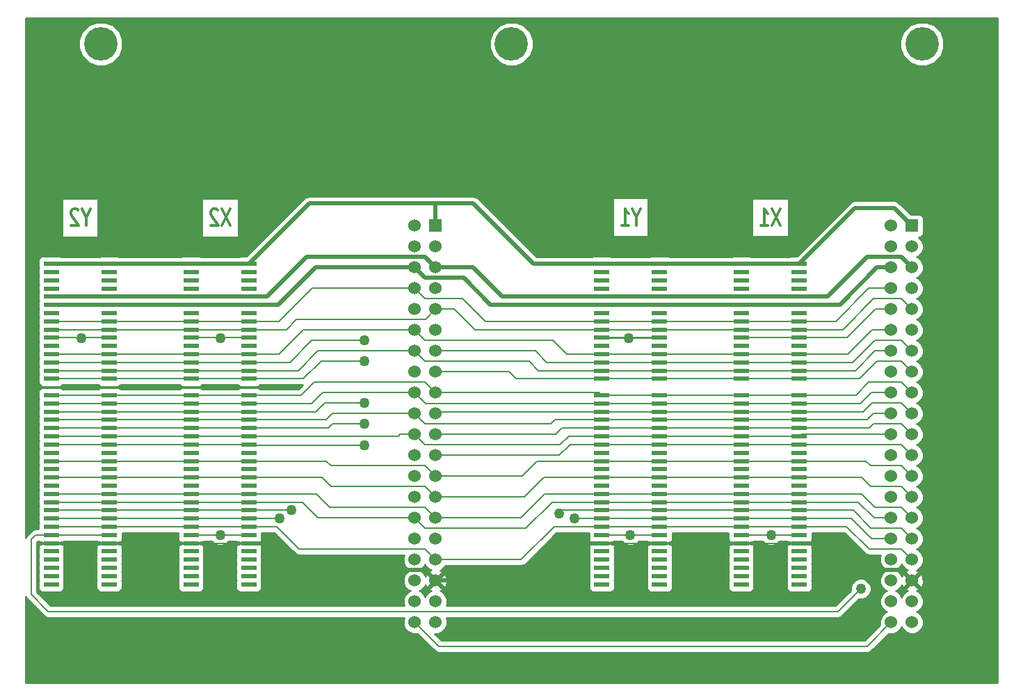
<source format=gbl>
G04 (created by PCBNEW-RS274X (2012-01-19 BZR 3256)-stable) date 5/23/2012 10:37:18 AM*
G01*
G70*
G90*
%MOIN*%
G04 Gerber Fmt 3.4, Leading zero omitted, Abs format*
%FSLAX34Y34*%
G04 APERTURE LIST*
%ADD10C,0.006000*%
%ADD11C,0.012000*%
%ADD12R,0.060000X0.060000*%
%ADD13C,0.060000*%
%ADD14R,0.074000X0.024000*%
%ADD15C,0.160000*%
%ADD16C,0.050000*%
%ADD17C,0.008000*%
%ADD18C,0.019700*%
%ADD19C,0.010000*%
G04 APERTURE END LIST*
G54D10*
G54D11*
X58769Y-16604D02*
X58769Y-16985D01*
X58969Y-16185D02*
X58769Y-16604D01*
X58569Y-16185D01*
X58398Y-16261D02*
X58369Y-16223D01*
X58312Y-16185D01*
X58169Y-16185D01*
X58112Y-16223D01*
X58083Y-16261D01*
X58055Y-16337D01*
X58055Y-16413D01*
X58083Y-16528D01*
X58426Y-16985D01*
X58055Y-16985D01*
X65690Y-16185D02*
X65290Y-16985D01*
X65290Y-16185D02*
X65690Y-16985D01*
X65091Y-16261D02*
X65062Y-16223D01*
X65005Y-16185D01*
X64862Y-16185D01*
X64805Y-16223D01*
X64776Y-16261D01*
X64748Y-16337D01*
X64748Y-16413D01*
X64776Y-16528D01*
X65119Y-16985D01*
X64748Y-16985D01*
X85151Y-16589D02*
X85151Y-16970D01*
X85351Y-16170D02*
X85151Y-16589D01*
X84951Y-16170D01*
X84437Y-16970D02*
X84780Y-16970D01*
X84608Y-16970D02*
X84608Y-16170D01*
X84665Y-16284D01*
X84723Y-16360D01*
X84780Y-16398D01*
X92064Y-16181D02*
X91664Y-16981D01*
X91664Y-16181D02*
X92064Y-16981D01*
X91122Y-16981D02*
X91465Y-16981D01*
X91293Y-16981D02*
X91293Y-16181D01*
X91350Y-16295D01*
X91408Y-16371D01*
X91465Y-16409D01*
G54D12*
X98366Y-16992D03*
G54D13*
X97366Y-16992D03*
X98366Y-21992D03*
X97366Y-17992D03*
X98366Y-22992D03*
X97366Y-18992D03*
X98366Y-23992D03*
X97366Y-19992D03*
X98366Y-24992D03*
X97366Y-20992D03*
X98366Y-25992D03*
X97366Y-21992D03*
X98366Y-26992D03*
X97366Y-22992D03*
X98366Y-27992D03*
X97366Y-23992D03*
X98366Y-28992D03*
X97366Y-24992D03*
X98366Y-29992D03*
X97366Y-25992D03*
X98366Y-30992D03*
X97366Y-26992D03*
X98366Y-31992D03*
X97366Y-27992D03*
X97366Y-28992D03*
X98366Y-32992D03*
X97366Y-29992D03*
X97366Y-31992D03*
X97366Y-32992D03*
X97366Y-33992D03*
X97366Y-34992D03*
X98366Y-33992D03*
X98366Y-34992D03*
X98366Y-17992D03*
X98366Y-18992D03*
X98366Y-19992D03*
X98366Y-20992D03*
X98366Y-35992D03*
X97366Y-35992D03*
X97366Y-30992D03*
G54D12*
X75532Y-16992D03*
G54D13*
X74532Y-16992D03*
X75532Y-21992D03*
X74532Y-17992D03*
X75532Y-22992D03*
X74532Y-18992D03*
X75532Y-23992D03*
X74532Y-19992D03*
X75532Y-24992D03*
X74532Y-20992D03*
X75532Y-25992D03*
X74532Y-21992D03*
X75532Y-26992D03*
X74532Y-22992D03*
X75532Y-27992D03*
X74532Y-23992D03*
X75532Y-28992D03*
X74532Y-24992D03*
X75532Y-29992D03*
X74532Y-25992D03*
X75532Y-30992D03*
X74532Y-26992D03*
X75532Y-31992D03*
X74532Y-27992D03*
X74532Y-28992D03*
X75532Y-32992D03*
X74532Y-29992D03*
X74532Y-31992D03*
X74532Y-32992D03*
X74532Y-33992D03*
X74532Y-34992D03*
X75532Y-33992D03*
X75532Y-34992D03*
X75532Y-17992D03*
X75532Y-18992D03*
X75532Y-19992D03*
X75532Y-20992D03*
X75532Y-35992D03*
X74532Y-35992D03*
X74532Y-30992D03*
G54D14*
X57110Y-34169D03*
X57110Y-33776D03*
X57110Y-33382D03*
X57110Y-32988D03*
X57110Y-32595D03*
X57110Y-32201D03*
X57110Y-31807D03*
X57110Y-31413D03*
X57110Y-31020D03*
X57110Y-30626D03*
X57110Y-30232D03*
X57110Y-29839D03*
X57110Y-29445D03*
X57110Y-29051D03*
X57110Y-28658D03*
X57110Y-28264D03*
X57110Y-27870D03*
X57110Y-27476D03*
X57110Y-27083D03*
X57110Y-26689D03*
X57110Y-26295D03*
X57110Y-25902D03*
X57110Y-25508D03*
X57110Y-25114D03*
X57110Y-24327D03*
X57110Y-23933D03*
X57110Y-23539D03*
X57110Y-23146D03*
X57110Y-22752D03*
X57110Y-22358D03*
X57110Y-21965D03*
X57110Y-21571D03*
X57110Y-21177D03*
X57110Y-20783D03*
X57110Y-20390D03*
X57110Y-19996D03*
X57110Y-19602D03*
X57110Y-19209D03*
X57110Y-18815D03*
X59886Y-18815D03*
X59886Y-19209D03*
X59886Y-19602D03*
X59886Y-19996D03*
X59886Y-20390D03*
X59886Y-20783D03*
X59886Y-21177D03*
X59886Y-21571D03*
X59886Y-21965D03*
X59886Y-22358D03*
X59886Y-22752D03*
X59886Y-23146D03*
X59886Y-23539D03*
X59886Y-23933D03*
X59886Y-24327D03*
X59886Y-25114D03*
X59886Y-25508D03*
X59886Y-25902D03*
X59886Y-26295D03*
X59886Y-26689D03*
X59886Y-27083D03*
X59886Y-27476D03*
X59886Y-27870D03*
X59886Y-28264D03*
X59886Y-28658D03*
X59886Y-29051D03*
X59886Y-29445D03*
X59886Y-29839D03*
X59886Y-30232D03*
X59886Y-30626D03*
X59886Y-31020D03*
X59886Y-31413D03*
X59886Y-31807D03*
X59886Y-32201D03*
X59886Y-32595D03*
X59886Y-32988D03*
X59886Y-33382D03*
X59886Y-33776D03*
X59886Y-34169D03*
X83488Y-34169D03*
X83488Y-33776D03*
X83488Y-33382D03*
X83488Y-32988D03*
X83488Y-32595D03*
X83488Y-32201D03*
X83488Y-31807D03*
X83488Y-31413D03*
X83488Y-31020D03*
X83488Y-30626D03*
X83488Y-30232D03*
X83488Y-29839D03*
X83488Y-29445D03*
X83488Y-29051D03*
X83488Y-28658D03*
X83488Y-28264D03*
X83488Y-27870D03*
X83488Y-27476D03*
X83488Y-27083D03*
X83488Y-26689D03*
X83488Y-26295D03*
X83488Y-25902D03*
X83488Y-25508D03*
X83488Y-25114D03*
X83488Y-24327D03*
X83488Y-23933D03*
X83488Y-23539D03*
X83488Y-23146D03*
X83488Y-22752D03*
X83488Y-22358D03*
X83488Y-21965D03*
X83488Y-21571D03*
X83488Y-21177D03*
X83488Y-20783D03*
X83488Y-20390D03*
X83488Y-19996D03*
X83488Y-19602D03*
X83488Y-19209D03*
X83488Y-18815D03*
X86264Y-18815D03*
X86264Y-19209D03*
X86264Y-19602D03*
X86264Y-19996D03*
X86264Y-20390D03*
X86264Y-20783D03*
X86264Y-21177D03*
X86264Y-21571D03*
X86264Y-21965D03*
X86264Y-22358D03*
X86264Y-22752D03*
X86264Y-23146D03*
X86264Y-23539D03*
X86264Y-23933D03*
X86264Y-24327D03*
X86264Y-25114D03*
X86264Y-25508D03*
X86264Y-25902D03*
X86264Y-26295D03*
X86264Y-26689D03*
X86264Y-27083D03*
X86264Y-27476D03*
X86264Y-27870D03*
X86264Y-28264D03*
X86264Y-28658D03*
X86264Y-29051D03*
X86264Y-29445D03*
X86264Y-29839D03*
X86264Y-30232D03*
X86264Y-30626D03*
X86264Y-31020D03*
X86264Y-31413D03*
X86264Y-31807D03*
X86264Y-32201D03*
X86264Y-32595D03*
X86264Y-32988D03*
X86264Y-33382D03*
X86264Y-33776D03*
X86264Y-34169D03*
X63803Y-34169D03*
X63803Y-33776D03*
X63803Y-33382D03*
X63803Y-32988D03*
X63803Y-32595D03*
X63803Y-32201D03*
X63803Y-31807D03*
X63803Y-31413D03*
X63803Y-31020D03*
X63803Y-30626D03*
X63803Y-30232D03*
X63803Y-29839D03*
X63803Y-29445D03*
X63803Y-29051D03*
X63803Y-28658D03*
X63803Y-28264D03*
X63803Y-27870D03*
X63803Y-27476D03*
X63803Y-27083D03*
X63803Y-26689D03*
X63803Y-26295D03*
X63803Y-25902D03*
X63803Y-25508D03*
X63803Y-25114D03*
X63803Y-24327D03*
X63803Y-23933D03*
X63803Y-23539D03*
X63803Y-23146D03*
X63803Y-22752D03*
X63803Y-22358D03*
X63803Y-21965D03*
X63803Y-21571D03*
X63803Y-21177D03*
X63803Y-20783D03*
X63803Y-20390D03*
X63803Y-19996D03*
X63803Y-19602D03*
X63803Y-19209D03*
X63803Y-18815D03*
X66579Y-18815D03*
X66579Y-19209D03*
X66579Y-19602D03*
X66579Y-19996D03*
X66579Y-20390D03*
X66579Y-20783D03*
X66579Y-21177D03*
X66579Y-21571D03*
X66579Y-21965D03*
X66579Y-22358D03*
X66579Y-22752D03*
X66579Y-23146D03*
X66579Y-23539D03*
X66579Y-23933D03*
X66579Y-24327D03*
X66579Y-25114D03*
X66579Y-25508D03*
X66579Y-25902D03*
X66579Y-26295D03*
X66579Y-26689D03*
X66579Y-27083D03*
X66579Y-27476D03*
X66579Y-27870D03*
X66579Y-28264D03*
X66579Y-28658D03*
X66579Y-29051D03*
X66579Y-29445D03*
X66579Y-29839D03*
X66579Y-30232D03*
X66579Y-30626D03*
X66579Y-31020D03*
X66579Y-31413D03*
X66579Y-31807D03*
X66579Y-32201D03*
X66579Y-32595D03*
X66579Y-32988D03*
X66579Y-33382D03*
X66579Y-33776D03*
X66579Y-34169D03*
X90181Y-34169D03*
X90181Y-33776D03*
X90181Y-33382D03*
X90181Y-32988D03*
X90181Y-32595D03*
X90181Y-32201D03*
X90181Y-31807D03*
X90181Y-31413D03*
X90181Y-31020D03*
X90181Y-30626D03*
X90181Y-30232D03*
X90181Y-29839D03*
X90181Y-29445D03*
X90181Y-29051D03*
X90181Y-28658D03*
X90181Y-28264D03*
X90181Y-27870D03*
X90181Y-27476D03*
X90181Y-27083D03*
X90181Y-26689D03*
X90181Y-26295D03*
X90181Y-25902D03*
X90181Y-25508D03*
X90181Y-25114D03*
X90181Y-24327D03*
X90181Y-23933D03*
X90181Y-23539D03*
X90181Y-23146D03*
X90181Y-22752D03*
X90181Y-22358D03*
X90181Y-21965D03*
X90181Y-21571D03*
X90181Y-21177D03*
X90181Y-20783D03*
X90181Y-20390D03*
X90181Y-19996D03*
X90181Y-19602D03*
X90181Y-19209D03*
X90181Y-18815D03*
X92957Y-18815D03*
X92957Y-19209D03*
X92957Y-19602D03*
X92957Y-19996D03*
X92957Y-20390D03*
X92957Y-20783D03*
X92957Y-21177D03*
X92957Y-21571D03*
X92957Y-21965D03*
X92957Y-22358D03*
X92957Y-22752D03*
X92957Y-23146D03*
X92957Y-23539D03*
X92957Y-23933D03*
X92957Y-24327D03*
X92957Y-25114D03*
X92957Y-25508D03*
X92957Y-25902D03*
X92957Y-26295D03*
X92957Y-26689D03*
X92957Y-27083D03*
X92957Y-27476D03*
X92957Y-27870D03*
X92957Y-28264D03*
X92957Y-28658D03*
X92957Y-29051D03*
X92957Y-29445D03*
X92957Y-29839D03*
X92957Y-30232D03*
X92957Y-30626D03*
X92957Y-31020D03*
X92957Y-31413D03*
X92957Y-31807D03*
X92957Y-32201D03*
X92957Y-32595D03*
X92957Y-32988D03*
X92957Y-33382D03*
X92957Y-33776D03*
X92957Y-34169D03*
G54D15*
X98850Y-08283D03*
X79165Y-08283D03*
X59480Y-08283D03*
G54D16*
X81437Y-30795D03*
X68630Y-30626D03*
X68067Y-31020D03*
X82173Y-31020D03*
X72102Y-22488D03*
X72102Y-23488D03*
X72102Y-25480D03*
X72102Y-26492D03*
X95910Y-34394D03*
X84799Y-22366D03*
X91602Y-31807D03*
X65201Y-22374D03*
X84854Y-31807D03*
X65209Y-31807D03*
X58535Y-22374D03*
X72102Y-27504D03*
G54D17*
X86264Y-30626D02*
X83488Y-30626D01*
X83488Y-30626D02*
X81606Y-30626D01*
X96398Y-31484D02*
X95540Y-30626D01*
X92957Y-30626D02*
X90181Y-30626D01*
X66579Y-30626D02*
X63803Y-30626D01*
X63803Y-30626D02*
X59886Y-30626D01*
X92957Y-30626D02*
X83488Y-30626D01*
X86264Y-30626D02*
X83488Y-30626D01*
X95540Y-30626D02*
X92957Y-30626D01*
X63803Y-30626D02*
X59886Y-30626D01*
X90181Y-30626D02*
X86264Y-30626D01*
X97858Y-31484D02*
X96398Y-31484D01*
X59886Y-30626D02*
X57110Y-30626D01*
X57110Y-30626D02*
X66579Y-30626D01*
X59886Y-30626D02*
X57110Y-30626D01*
X98366Y-31992D02*
X97858Y-31484D01*
X81606Y-30626D02*
X81437Y-30795D01*
X68630Y-30626D02*
X66579Y-30626D01*
X82173Y-31020D02*
X83488Y-31020D01*
X83488Y-31020D02*
X86264Y-31020D01*
X86264Y-31020D02*
X90181Y-31020D01*
X90181Y-31020D02*
X92957Y-31020D01*
X57110Y-31020D02*
X59886Y-31020D01*
X63803Y-31020D02*
X66579Y-31020D01*
X90181Y-31020D02*
X92957Y-31020D01*
X59886Y-31020D02*
X63803Y-31020D01*
X66579Y-31020D02*
X68067Y-31020D01*
X59886Y-31020D02*
X63803Y-31020D01*
X97366Y-31992D02*
X96417Y-31992D01*
X95445Y-31020D02*
X92957Y-31020D01*
X96417Y-31992D02*
X95445Y-31020D01*
X83488Y-31020D02*
X92957Y-31020D01*
X66579Y-31020D02*
X57110Y-31020D01*
X75686Y-37146D02*
X96212Y-37146D01*
X74532Y-35992D02*
X75686Y-37146D01*
X96212Y-37146D02*
X97366Y-35992D01*
X63803Y-31413D02*
X59886Y-31413D01*
X90181Y-31413D02*
X86264Y-31413D01*
X98366Y-32992D02*
X97862Y-32488D01*
X96303Y-32488D02*
X95228Y-31413D01*
X68992Y-32488D02*
X67917Y-31413D01*
X90181Y-31413D02*
X86264Y-31413D01*
X97862Y-32488D02*
X96303Y-32488D01*
X75532Y-32992D02*
X75028Y-32488D01*
X75532Y-32992D02*
X79630Y-32992D01*
X59886Y-31413D02*
X57110Y-31413D01*
X59886Y-31413D02*
X57110Y-31413D01*
X81209Y-31413D02*
X83488Y-31413D01*
X63803Y-31413D02*
X59886Y-31413D01*
X66579Y-31413D02*
X63803Y-31413D01*
X79630Y-32992D02*
X81209Y-31413D01*
X75028Y-32488D02*
X68992Y-32488D01*
X92957Y-31413D02*
X90181Y-31413D01*
X57110Y-31413D02*
X66579Y-31413D01*
X92957Y-31413D02*
X83488Y-31413D01*
X86264Y-31413D02*
X83488Y-31413D01*
X86264Y-31413D02*
X83488Y-31413D01*
X67917Y-31413D02*
X66579Y-31413D01*
X95228Y-31413D02*
X92957Y-31413D01*
X96539Y-30992D02*
X95779Y-30232D01*
X86264Y-30232D02*
X90181Y-30232D01*
X74532Y-30992D02*
X69897Y-30992D01*
X79847Y-31488D02*
X81103Y-30232D01*
X69897Y-30992D02*
X69137Y-30232D01*
X97366Y-30992D02*
X96539Y-30992D01*
X95779Y-30232D02*
X92957Y-30232D01*
X81103Y-30232D02*
X83488Y-30232D01*
X83488Y-30232D02*
X92957Y-30232D01*
X63803Y-30232D02*
X66579Y-30232D01*
X75028Y-31488D02*
X79847Y-31488D01*
X90181Y-30232D02*
X92957Y-30232D01*
X66579Y-30232D02*
X57110Y-30232D01*
X83488Y-30232D02*
X86264Y-30232D01*
X59886Y-30232D02*
X63803Y-30232D01*
X86264Y-30232D02*
X90181Y-30232D01*
X74532Y-30992D02*
X75028Y-31488D01*
X57110Y-30232D02*
X59886Y-30232D01*
X69137Y-30232D02*
X66579Y-30232D01*
X63803Y-30232D02*
X66579Y-30232D01*
X75532Y-22992D02*
X80311Y-22992D01*
X80311Y-22992D02*
X80858Y-23539D01*
X59886Y-23539D02*
X63803Y-23539D01*
X80858Y-23539D02*
X83488Y-23539D01*
X57110Y-23539D02*
X59886Y-23539D01*
X96579Y-22488D02*
X95528Y-23539D01*
X92957Y-23539D02*
X90181Y-23539D01*
X66579Y-23539D02*
X63803Y-23539D01*
X59886Y-23539D02*
X57110Y-23539D01*
X66579Y-23539D02*
X57110Y-23539D01*
X97862Y-22488D02*
X96579Y-22488D01*
X68536Y-23539D02*
X66579Y-23539D01*
X72102Y-22488D02*
X69587Y-22488D01*
X69587Y-22488D02*
X68536Y-23539D01*
X92957Y-23539D02*
X83488Y-23539D01*
X86264Y-23539D02*
X83488Y-23539D01*
X98366Y-22992D02*
X97862Y-22488D01*
X95528Y-23539D02*
X92957Y-23539D01*
X90181Y-23539D02*
X86264Y-23539D01*
X63803Y-23539D02*
X59886Y-23539D01*
X70036Y-23488D02*
X69197Y-24327D01*
X66579Y-24327D02*
X63803Y-24327D01*
X98366Y-23992D02*
X97862Y-23488D01*
X90181Y-24327D02*
X86264Y-24327D01*
X59886Y-24327D02*
X57110Y-24327D01*
X66579Y-24327D02*
X57110Y-24327D01*
X92957Y-24327D02*
X83488Y-24327D01*
X79059Y-23992D02*
X79394Y-24327D01*
X95858Y-24327D02*
X92957Y-24327D01*
X92957Y-24327D02*
X90181Y-24327D01*
X63803Y-24327D02*
X59886Y-24327D01*
X79394Y-24327D02*
X83488Y-24327D01*
X96697Y-23488D02*
X95858Y-24327D01*
X72102Y-23488D02*
X70036Y-23488D01*
X86264Y-24327D02*
X83488Y-24327D01*
X75532Y-23992D02*
X79059Y-23992D01*
X97862Y-23488D02*
X96697Y-23488D01*
X69197Y-24327D02*
X66579Y-24327D01*
X86264Y-32201D02*
X90181Y-32201D01*
G54D18*
X97866Y-33492D02*
X96185Y-33492D01*
X68882Y-33492D02*
X68874Y-33484D01*
X81889Y-32201D02*
X83488Y-32201D01*
X75532Y-33992D02*
X75032Y-33492D01*
X80098Y-33992D02*
X81889Y-32201D01*
X67591Y-32201D02*
X66579Y-32201D01*
X67591Y-32201D02*
X68874Y-33484D01*
X94894Y-32201D02*
X92957Y-32201D01*
G54D17*
X63803Y-32201D02*
X66579Y-32201D01*
X90181Y-32201D02*
X92957Y-32201D01*
G54D18*
X75532Y-33992D02*
X80098Y-33992D01*
X75032Y-33492D02*
X68882Y-33492D01*
X98366Y-33992D02*
X97866Y-33492D01*
X96185Y-33492D02*
X94894Y-32201D01*
G54D17*
X59886Y-32201D02*
X63803Y-32201D01*
X57110Y-32201D02*
X59886Y-32201D01*
X83488Y-32201D02*
X86264Y-32201D01*
X59886Y-27083D02*
X57110Y-27083D01*
X74532Y-26992D02*
X73830Y-26992D01*
X81901Y-27083D02*
X83488Y-27083D01*
X73830Y-26992D02*
X73739Y-27083D01*
X92957Y-27083D02*
X90181Y-27083D01*
X86264Y-27083D02*
X83488Y-27083D01*
X66579Y-27083D02*
X63803Y-27083D01*
X90181Y-27083D02*
X86264Y-27083D01*
X81492Y-27492D02*
X81901Y-27083D01*
X93048Y-26992D02*
X92957Y-27083D01*
X74532Y-26992D02*
X75032Y-27492D01*
X63803Y-27083D02*
X59886Y-27083D01*
X75032Y-27492D02*
X81492Y-27492D01*
X66579Y-27083D02*
X57110Y-27083D01*
X92957Y-27083D02*
X83488Y-27083D01*
X97366Y-26992D02*
X93048Y-26992D01*
X73739Y-27083D02*
X66579Y-27083D01*
X69799Y-25902D02*
X66579Y-25902D01*
X63803Y-25902D02*
X66579Y-25902D01*
X75622Y-25902D02*
X83488Y-25902D01*
X75532Y-25992D02*
X75622Y-25902D01*
X70221Y-25480D02*
X69799Y-25902D01*
X83488Y-25902D02*
X86264Y-25902D01*
X57110Y-25902D02*
X66579Y-25902D01*
X97862Y-25488D02*
X96438Y-25488D01*
X96024Y-25902D02*
X92957Y-25902D01*
X98366Y-25992D02*
X97862Y-25488D01*
X59886Y-25902D02*
X63803Y-25902D01*
X83488Y-25902D02*
X92957Y-25902D01*
X96438Y-25488D02*
X96024Y-25902D01*
X72102Y-25480D02*
X70221Y-25480D01*
X86264Y-25902D02*
X90181Y-25902D01*
X90181Y-25902D02*
X92957Y-25902D01*
X57110Y-25902D02*
X59886Y-25902D01*
X70110Y-24992D02*
X69594Y-25508D01*
X96405Y-24992D02*
X95889Y-25508D01*
X66579Y-25508D02*
X63803Y-25508D01*
X90181Y-25508D02*
X86264Y-25508D01*
X69594Y-25508D02*
X66579Y-25508D01*
X95889Y-25508D02*
X92957Y-25508D01*
X59886Y-25508D02*
X57110Y-25508D01*
X66579Y-25508D02*
X57110Y-25508D01*
X74532Y-24992D02*
X75036Y-25496D01*
X92957Y-25508D02*
X90181Y-25508D01*
X83476Y-25496D02*
X83488Y-25508D01*
X86264Y-25508D02*
X83488Y-25508D01*
X74532Y-24992D02*
X70110Y-24992D01*
X63803Y-25508D02*
X59886Y-25508D01*
X97366Y-24992D02*
X96405Y-24992D01*
X75036Y-25496D02*
X83476Y-25496D01*
X92957Y-25508D02*
X83488Y-25508D01*
X96512Y-26488D02*
X96311Y-26689D01*
X59886Y-26689D02*
X63803Y-26689D01*
X72102Y-26492D02*
X70591Y-26492D01*
X97862Y-26488D02*
X96512Y-26488D01*
X63803Y-26689D02*
X66579Y-26689D01*
X83488Y-26689D02*
X86264Y-26689D01*
X75532Y-26992D02*
X81291Y-26992D01*
X98366Y-26992D02*
X97862Y-26488D01*
X57110Y-26689D02*
X66579Y-26689D01*
X57110Y-26689D02*
X59886Y-26689D01*
X81594Y-26689D02*
X83488Y-26689D01*
X81291Y-26992D02*
X81594Y-26689D01*
X70394Y-26689D02*
X66579Y-26689D01*
X70591Y-26492D02*
X70394Y-26689D01*
X96311Y-26689D02*
X92957Y-26689D01*
X83488Y-26689D02*
X92957Y-26689D01*
X86264Y-26689D02*
X90181Y-26689D01*
X90181Y-26689D02*
X92957Y-26689D01*
X80011Y-23492D02*
X80452Y-23933D01*
X95657Y-23933D02*
X92957Y-23933D01*
X59886Y-23933D02*
X63803Y-23933D01*
X63803Y-23933D02*
X66579Y-23933D01*
X96598Y-22992D02*
X95657Y-23933D01*
X83488Y-23933D02*
X86264Y-23933D01*
X57110Y-23933D02*
X59886Y-23933D01*
X74532Y-22992D02*
X69882Y-22992D01*
X74532Y-22992D02*
X75032Y-23492D01*
X83488Y-23933D02*
X92957Y-23933D01*
X86264Y-23933D02*
X90181Y-23933D01*
X97366Y-22992D02*
X96598Y-22992D01*
X75032Y-23492D02*
X80011Y-23492D01*
X69882Y-22992D02*
X68941Y-23933D01*
X57110Y-23933D02*
X66579Y-23933D01*
X68941Y-23933D02*
X66579Y-23933D01*
X90181Y-23933D02*
X92957Y-23933D01*
X80452Y-23933D02*
X83488Y-23933D01*
X96626Y-20992D02*
X95260Y-22358D01*
X95260Y-22358D02*
X92957Y-22358D01*
X97366Y-20992D02*
X96626Y-20992D01*
X92957Y-22358D02*
X90181Y-22358D01*
X59886Y-31807D02*
X57110Y-31807D01*
X56142Y-34662D02*
X56964Y-35484D01*
X56142Y-32024D02*
X56142Y-34662D01*
X94820Y-35484D02*
X95910Y-34394D01*
X56359Y-31807D02*
X56142Y-32024D01*
X57110Y-31807D02*
X56359Y-31807D01*
X56964Y-35484D02*
X94820Y-35484D01*
X84799Y-22366D02*
X83496Y-22366D01*
X83488Y-22358D02*
X86264Y-22358D01*
X92957Y-31807D02*
X91602Y-31807D01*
X83496Y-22366D02*
X86256Y-22366D01*
X90181Y-31807D02*
X91602Y-31807D01*
X86256Y-22366D02*
X86264Y-22358D01*
X65185Y-22358D02*
X63803Y-22358D01*
X65201Y-22374D02*
X65185Y-22358D01*
X83488Y-31807D02*
X86264Y-31807D01*
X86264Y-31807D02*
X84854Y-31807D01*
X63803Y-22358D02*
X66579Y-22358D01*
X63803Y-31807D02*
X66579Y-31807D01*
X66579Y-31807D02*
X65209Y-31807D01*
X58535Y-22374D02*
X58519Y-22358D01*
X59886Y-22358D02*
X57110Y-22358D01*
X58519Y-22358D02*
X59886Y-22358D01*
X92957Y-26295D02*
X90181Y-26295D01*
X97366Y-25992D02*
X96508Y-25992D01*
X74532Y-25992D02*
X75032Y-26492D01*
X81248Y-26295D02*
X83488Y-26295D01*
X74532Y-25992D02*
X70579Y-25992D01*
X90181Y-26295D02*
X86264Y-26295D01*
X70579Y-25992D02*
X70276Y-26295D01*
X86264Y-26295D02*
X83488Y-26295D01*
X81051Y-26492D02*
X81248Y-26295D01*
X66579Y-26295D02*
X57110Y-26295D01*
X66579Y-26295D02*
X63803Y-26295D01*
X75032Y-26492D02*
X81051Y-26492D01*
X96508Y-25992D02*
X96205Y-26295D01*
X96205Y-26295D02*
X92957Y-26295D01*
X70276Y-26295D02*
X66579Y-26295D01*
X59886Y-26295D02*
X57110Y-26295D01*
X92957Y-26295D02*
X83488Y-26295D01*
X63803Y-26295D02*
X59886Y-26295D01*
X66579Y-21965D02*
X63803Y-21965D01*
X95035Y-21965D02*
X92957Y-21965D01*
X76433Y-20992D02*
X77406Y-21965D01*
X92957Y-21965D02*
X83488Y-21965D01*
X75040Y-21484D02*
X68867Y-21484D01*
X96508Y-20492D02*
X95035Y-21965D01*
X77406Y-21965D02*
X83488Y-21965D01*
X59886Y-21965D02*
X57110Y-21965D01*
X63803Y-21965D02*
X59886Y-21965D01*
X90181Y-21965D02*
X86264Y-21965D01*
X66579Y-21965D02*
X57110Y-21965D01*
X75532Y-20992D02*
X76433Y-20992D01*
X75532Y-20992D02*
X75040Y-21484D01*
X97866Y-20492D02*
X96508Y-20492D01*
X68386Y-21965D02*
X66579Y-21965D01*
X98366Y-20992D02*
X97866Y-20492D01*
X68867Y-21484D02*
X68386Y-21965D01*
X92957Y-21965D02*
X90181Y-21965D01*
X86264Y-21965D02*
X83488Y-21965D01*
X59886Y-21571D02*
X63803Y-21571D01*
X90181Y-21571D02*
X92957Y-21571D01*
X83488Y-21571D02*
X86264Y-21571D01*
X74532Y-19992D02*
X69606Y-19992D01*
X57110Y-21571D02*
X59886Y-21571D01*
X63803Y-21571D02*
X66579Y-21571D01*
X76819Y-20488D02*
X77902Y-21571D01*
X57110Y-21571D02*
X66579Y-21571D01*
X86264Y-21571D02*
X90181Y-21571D01*
X68027Y-21571D02*
X66579Y-21571D01*
X83488Y-21571D02*
X92957Y-21571D01*
X74532Y-19992D02*
X75028Y-20488D01*
X77902Y-21571D02*
X83488Y-21571D01*
X94720Y-21571D02*
X92957Y-21571D01*
X69606Y-19992D02*
X68027Y-21571D01*
X75028Y-20488D02*
X76819Y-20488D01*
X96299Y-19992D02*
X94720Y-21571D01*
X97366Y-19992D02*
X96299Y-19992D01*
X98366Y-29992D02*
X97866Y-29492D01*
X70504Y-29484D02*
X70071Y-29051D01*
X83488Y-29051D02*
X92957Y-29051D01*
X66579Y-29051D02*
X57110Y-29051D01*
X83488Y-29051D02*
X86264Y-29051D01*
X70071Y-29051D02*
X66579Y-29051D01*
X75532Y-29992D02*
X79771Y-29992D01*
X97866Y-29492D02*
X96393Y-29492D01*
X95952Y-29051D02*
X92957Y-29051D01*
X63803Y-29051D02*
X66579Y-29051D01*
X57110Y-29051D02*
X59886Y-29051D01*
X90181Y-29051D02*
X92957Y-29051D01*
X86264Y-29051D02*
X90181Y-29051D01*
X96393Y-29492D02*
X95952Y-29051D01*
X79771Y-29992D02*
X80712Y-29051D01*
X75024Y-29484D02*
X70504Y-29484D01*
X75532Y-29992D02*
X75024Y-29484D01*
X80712Y-29051D02*
X83488Y-29051D01*
X59886Y-29051D02*
X63803Y-29051D01*
X80763Y-29839D02*
X83488Y-29839D01*
X90181Y-29839D02*
X86264Y-29839D01*
X95946Y-29839D02*
X92957Y-29839D01*
X92957Y-29839D02*
X90181Y-29839D01*
X70464Y-30488D02*
X69815Y-29839D01*
X97866Y-30492D02*
X96599Y-30492D01*
X63803Y-29839D02*
X59886Y-29839D01*
X75532Y-30992D02*
X75028Y-30488D01*
X75028Y-30488D02*
X70464Y-30488D01*
X75532Y-30992D02*
X79610Y-30992D01*
X66579Y-29839D02*
X63803Y-29839D01*
X96599Y-30492D02*
X95946Y-29839D01*
X69815Y-29839D02*
X66579Y-29839D01*
X86264Y-29839D02*
X83488Y-29839D01*
X98366Y-30992D02*
X97866Y-30492D01*
X92957Y-29839D02*
X83488Y-29839D01*
X79610Y-30992D02*
X80763Y-29839D01*
X59886Y-29839D02*
X57110Y-29839D01*
X57110Y-29839D02*
X66579Y-29839D01*
X70523Y-28492D02*
X70295Y-28264D01*
X86264Y-28264D02*
X83488Y-28264D01*
X80397Y-28264D02*
X83488Y-28264D01*
X96394Y-28492D02*
X96166Y-28264D01*
X92957Y-28264D02*
X90181Y-28264D01*
X57110Y-28264D02*
X66579Y-28264D01*
X79669Y-28992D02*
X80397Y-28264D01*
X96166Y-28264D02*
X92957Y-28264D01*
X98366Y-28992D02*
X97866Y-28492D01*
X92957Y-28264D02*
X83488Y-28264D01*
X97866Y-28492D02*
X96394Y-28492D01*
X59886Y-28264D02*
X57110Y-28264D01*
X63803Y-28264D02*
X59886Y-28264D01*
X90181Y-28264D02*
X86264Y-28264D01*
X70295Y-28264D02*
X66579Y-28264D01*
X66579Y-28264D02*
X63803Y-28264D01*
X75032Y-28492D02*
X70523Y-28492D01*
X75532Y-28992D02*
X79669Y-28992D01*
X75532Y-28992D02*
X75032Y-28492D01*
X81969Y-27476D02*
X83488Y-27476D01*
X75532Y-27992D02*
X81453Y-27992D01*
X92973Y-27492D02*
X92957Y-27476D01*
X72102Y-27504D02*
X66607Y-27504D01*
X83488Y-27476D02*
X92957Y-27476D01*
X86264Y-27476D02*
X90181Y-27476D01*
X66607Y-27504D02*
X66579Y-27476D01*
X98366Y-27992D02*
X97866Y-27492D01*
X97866Y-27492D02*
X92973Y-27492D01*
X81453Y-27992D02*
X81969Y-27476D01*
X83488Y-27476D02*
X86264Y-27476D01*
X90181Y-27476D02*
X92957Y-27476D01*
X63803Y-27476D02*
X66579Y-27476D01*
X57110Y-27476D02*
X66579Y-27476D01*
X57110Y-27476D02*
X59886Y-27476D01*
X59886Y-27476D02*
X63803Y-27476D01*
X59886Y-25114D02*
X63803Y-25114D01*
X97866Y-24492D02*
X96300Y-24492D01*
X83488Y-25114D02*
X86264Y-25114D01*
X83488Y-25114D02*
X92957Y-25114D01*
X69079Y-25114D02*
X66579Y-25114D01*
X96300Y-24492D02*
X95678Y-25114D01*
X57110Y-25114D02*
X66579Y-25114D01*
X98366Y-24992D02*
X97866Y-24492D01*
X75032Y-24492D02*
X69701Y-24492D01*
X83366Y-24992D02*
X83488Y-25114D01*
X63803Y-25114D02*
X66579Y-25114D01*
X75532Y-24992D02*
X83366Y-24992D01*
X75532Y-24992D02*
X75032Y-24492D01*
X57110Y-25114D02*
X59886Y-25114D01*
X86264Y-25114D02*
X90181Y-25114D01*
X69701Y-24492D02*
X69079Y-25114D01*
X90181Y-25114D02*
X92957Y-25114D01*
X95678Y-25114D02*
X92957Y-25114D01*
G54D18*
X75532Y-18992D02*
X75032Y-18492D01*
X96209Y-18488D02*
X94307Y-20390D01*
G54D17*
X57110Y-20390D02*
X59886Y-20390D01*
G54D18*
X97866Y-18492D02*
X96205Y-18492D01*
X96205Y-18492D02*
X96209Y-18488D01*
X75032Y-18492D02*
X69351Y-18492D01*
G54D17*
X90181Y-20390D02*
X92957Y-20390D01*
X63803Y-20390D02*
X66579Y-20390D01*
X86264Y-20390D02*
X83488Y-20390D01*
G54D18*
X94307Y-20390D02*
X92957Y-20390D01*
X67437Y-20390D02*
X66579Y-20390D01*
X67437Y-20390D02*
X69343Y-18484D01*
X77311Y-18992D02*
X78709Y-20390D01*
X69351Y-18492D02*
X69343Y-18484D01*
X78709Y-20390D02*
X83488Y-20390D01*
X57110Y-20390D02*
X66579Y-20390D01*
X75532Y-18992D02*
X77311Y-18992D01*
X98366Y-18992D02*
X97866Y-18492D01*
X83488Y-20390D02*
X92957Y-20390D01*
G54D17*
X59886Y-18815D02*
X63803Y-18815D01*
G54D18*
X97516Y-16142D02*
X98366Y-16992D01*
X80217Y-18815D02*
X83488Y-18815D01*
X75532Y-16992D02*
X75532Y-15993D01*
X95630Y-16142D02*
X97516Y-16142D01*
X57110Y-18815D02*
X66579Y-18815D01*
G54D17*
X83488Y-18815D02*
X86264Y-18815D01*
X63803Y-18815D02*
X66579Y-18815D01*
G54D18*
X75460Y-15921D02*
X77323Y-15921D01*
X77323Y-15921D02*
X80217Y-18815D01*
X92957Y-18815D02*
X95630Y-16142D01*
X66579Y-18815D02*
X69473Y-15921D01*
G54D17*
X75532Y-15993D02*
X75460Y-15921D01*
X86264Y-18815D02*
X90181Y-18815D01*
G54D18*
X69473Y-15921D02*
X75460Y-15921D01*
X83488Y-18815D02*
X92957Y-18815D01*
X75032Y-19492D02*
X76866Y-19492D01*
X69779Y-18992D02*
X74532Y-18992D01*
X94902Y-20783D02*
X92957Y-20783D01*
X67988Y-20783D02*
X69779Y-18992D01*
X74532Y-18992D02*
X75032Y-19492D01*
G54D17*
X59886Y-20783D02*
X63803Y-20783D01*
G54D18*
X96693Y-18992D02*
X94902Y-20783D01*
X66579Y-20783D02*
X57110Y-20783D01*
X76870Y-19488D02*
X78165Y-20783D01*
X97366Y-18992D02*
X96693Y-18992D01*
G54D17*
X92957Y-20783D02*
X90181Y-20783D01*
X83488Y-20783D02*
X86264Y-20783D01*
G54D18*
X66579Y-20783D02*
X67988Y-20783D01*
X78165Y-20783D02*
X83488Y-20783D01*
X76866Y-19492D02*
X76870Y-19488D01*
G54D17*
X66579Y-20783D02*
X63803Y-20783D01*
G54D18*
X92957Y-20783D02*
X83488Y-20783D01*
G54D17*
X59886Y-23146D02*
X63803Y-23146D01*
X57110Y-23146D02*
X59886Y-23146D01*
X90181Y-23146D02*
X92957Y-23146D01*
X86264Y-23146D02*
X90181Y-23146D01*
X68019Y-23146D02*
X66579Y-23146D01*
X74532Y-21992D02*
X69173Y-21992D01*
X83488Y-23146D02*
X92957Y-23146D01*
X63803Y-23146D02*
X66579Y-23146D01*
X83488Y-23146D02*
X86264Y-23146D01*
X69173Y-21992D02*
X68019Y-23146D01*
X74532Y-21992D02*
X75024Y-22484D01*
X81811Y-23146D02*
X83488Y-23146D01*
X57110Y-23146D02*
X66579Y-23146D01*
X97366Y-21992D02*
X96453Y-21992D01*
X75024Y-22484D02*
X81149Y-22484D01*
X95299Y-23146D02*
X92957Y-23146D01*
X96453Y-21992D02*
X95299Y-23146D01*
X81149Y-22484D02*
X81811Y-23146D01*
G54D10*
G36*
X74305Y-34492D02*
X74221Y-34527D01*
X74067Y-34681D01*
X73983Y-34883D01*
X73983Y-35101D01*
X74021Y-35194D01*
X67199Y-35194D01*
X67199Y-32313D01*
X67137Y-32251D01*
X67058Y-32251D01*
X66999Y-32226D01*
X66900Y-32226D01*
X66160Y-32226D01*
X66099Y-32251D01*
X66021Y-32251D01*
X65959Y-32313D01*
X65960Y-32370D01*
X65971Y-32397D01*
X65960Y-32425D01*
X65960Y-32524D01*
X65960Y-32764D01*
X65971Y-32791D01*
X65960Y-32818D01*
X65960Y-32917D01*
X65960Y-33157D01*
X65971Y-33184D01*
X65960Y-33212D01*
X65960Y-33311D01*
X65960Y-33551D01*
X65971Y-33578D01*
X65960Y-33606D01*
X65960Y-33705D01*
X65960Y-33945D01*
X65971Y-33972D01*
X65960Y-33999D01*
X65960Y-34098D01*
X65960Y-34338D01*
X65998Y-34430D01*
X66068Y-34500D01*
X66159Y-34538D01*
X66258Y-34538D01*
X66998Y-34538D01*
X67090Y-34500D01*
X67160Y-34430D01*
X67198Y-34339D01*
X67198Y-34240D01*
X67198Y-34000D01*
X67186Y-33972D01*
X67198Y-33946D01*
X67198Y-33847D01*
X67198Y-33607D01*
X67186Y-33579D01*
X67198Y-33552D01*
X67198Y-33453D01*
X67198Y-33213D01*
X67186Y-33185D01*
X67198Y-33158D01*
X67198Y-33059D01*
X67198Y-32819D01*
X67186Y-32791D01*
X67198Y-32765D01*
X67198Y-32666D01*
X67198Y-32426D01*
X67186Y-32398D01*
X67198Y-32370D01*
X67199Y-32313D01*
X67199Y-35194D01*
X64423Y-35194D01*
X64423Y-32313D01*
X64361Y-32251D01*
X64282Y-32251D01*
X64223Y-32226D01*
X64124Y-32226D01*
X63384Y-32226D01*
X63323Y-32251D01*
X63245Y-32251D01*
X63183Y-32313D01*
X63184Y-32370D01*
X63195Y-32397D01*
X63184Y-32425D01*
X63184Y-32524D01*
X63184Y-32764D01*
X63195Y-32791D01*
X63184Y-32818D01*
X63184Y-32917D01*
X63184Y-33157D01*
X63195Y-33184D01*
X63184Y-33212D01*
X63184Y-33311D01*
X63184Y-33551D01*
X63195Y-33578D01*
X63184Y-33606D01*
X63184Y-33705D01*
X63184Y-33945D01*
X63195Y-33972D01*
X63184Y-33999D01*
X63184Y-34098D01*
X63184Y-34338D01*
X63222Y-34430D01*
X63292Y-34500D01*
X63383Y-34538D01*
X63482Y-34538D01*
X64222Y-34538D01*
X64314Y-34500D01*
X64384Y-34430D01*
X64422Y-34339D01*
X64422Y-34240D01*
X64422Y-34000D01*
X64410Y-33972D01*
X64422Y-33946D01*
X64422Y-33847D01*
X64422Y-33607D01*
X64410Y-33579D01*
X64422Y-33552D01*
X64422Y-33453D01*
X64422Y-33213D01*
X64410Y-33185D01*
X64422Y-33158D01*
X64422Y-33059D01*
X64422Y-32819D01*
X64410Y-32791D01*
X64422Y-32765D01*
X64422Y-32666D01*
X64422Y-32426D01*
X64410Y-32398D01*
X64422Y-32370D01*
X64423Y-32313D01*
X64423Y-35194D01*
X60506Y-35194D01*
X60506Y-32313D01*
X60444Y-32251D01*
X60365Y-32251D01*
X60306Y-32226D01*
X60207Y-32226D01*
X59467Y-32226D01*
X59406Y-32251D01*
X59328Y-32251D01*
X59266Y-32313D01*
X59267Y-32370D01*
X59278Y-32397D01*
X59267Y-32425D01*
X59267Y-32524D01*
X59267Y-32764D01*
X59278Y-32791D01*
X59267Y-32818D01*
X59267Y-32917D01*
X59267Y-33157D01*
X59278Y-33184D01*
X59267Y-33212D01*
X59267Y-33311D01*
X59267Y-33551D01*
X59278Y-33578D01*
X59267Y-33606D01*
X59267Y-33705D01*
X59267Y-33945D01*
X59278Y-33972D01*
X59267Y-33999D01*
X59267Y-34098D01*
X59267Y-34338D01*
X59305Y-34430D01*
X59375Y-34500D01*
X59466Y-34538D01*
X59565Y-34538D01*
X60305Y-34538D01*
X60397Y-34500D01*
X60467Y-34430D01*
X60505Y-34339D01*
X60505Y-34240D01*
X60505Y-34000D01*
X60493Y-33972D01*
X60505Y-33946D01*
X60505Y-33847D01*
X60505Y-33607D01*
X60493Y-33579D01*
X60505Y-33552D01*
X60505Y-33453D01*
X60505Y-33213D01*
X60493Y-33185D01*
X60505Y-33158D01*
X60505Y-33059D01*
X60505Y-32819D01*
X60493Y-32791D01*
X60505Y-32765D01*
X60505Y-32666D01*
X60505Y-32426D01*
X60493Y-32398D01*
X60505Y-32370D01*
X60506Y-32313D01*
X60506Y-35194D01*
X57730Y-35194D01*
X57730Y-32313D01*
X57668Y-32251D01*
X57589Y-32251D01*
X57530Y-32226D01*
X57431Y-32226D01*
X56691Y-32226D01*
X56630Y-32251D01*
X56552Y-32251D01*
X56490Y-32313D01*
X56491Y-32370D01*
X56502Y-32397D01*
X56491Y-32425D01*
X56491Y-32524D01*
X56491Y-32764D01*
X56502Y-32791D01*
X56491Y-32818D01*
X56491Y-32917D01*
X56491Y-33157D01*
X56502Y-33184D01*
X56491Y-33212D01*
X56491Y-33311D01*
X56491Y-33551D01*
X56502Y-33578D01*
X56491Y-33606D01*
X56491Y-33705D01*
X56491Y-33945D01*
X56502Y-33972D01*
X56491Y-33999D01*
X56491Y-34098D01*
X56491Y-34338D01*
X56529Y-34430D01*
X56599Y-34500D01*
X56690Y-34538D01*
X56789Y-34538D01*
X57529Y-34538D01*
X57621Y-34500D01*
X57691Y-34430D01*
X57729Y-34339D01*
X57729Y-34240D01*
X57729Y-34000D01*
X57717Y-33972D01*
X57729Y-33946D01*
X57729Y-33847D01*
X57729Y-33607D01*
X57717Y-33579D01*
X57729Y-33552D01*
X57729Y-33453D01*
X57729Y-33213D01*
X57717Y-33185D01*
X57729Y-33158D01*
X57729Y-33059D01*
X57729Y-32819D01*
X57717Y-32791D01*
X57729Y-32765D01*
X57729Y-32666D01*
X57729Y-32426D01*
X57717Y-32398D01*
X57729Y-32370D01*
X57730Y-32313D01*
X57730Y-35194D01*
X57084Y-35194D01*
X56432Y-34542D01*
X56432Y-32144D01*
X56479Y-32097D01*
X56498Y-32097D01*
X56552Y-32151D01*
X56630Y-32151D01*
X56690Y-32176D01*
X56789Y-32176D01*
X57529Y-32176D01*
X57589Y-32151D01*
X57668Y-32151D01*
X57722Y-32097D01*
X59274Y-32097D01*
X59328Y-32151D01*
X59406Y-32151D01*
X59466Y-32176D01*
X59565Y-32176D01*
X60305Y-32176D01*
X60365Y-32151D01*
X60444Y-32151D01*
X60506Y-32089D01*
X60505Y-32032D01*
X60493Y-32004D01*
X60505Y-31977D01*
X60505Y-31878D01*
X60505Y-31703D01*
X63184Y-31703D01*
X63184Y-31736D01*
X63184Y-31976D01*
X63195Y-32004D01*
X63184Y-32032D01*
X63183Y-32089D01*
X63245Y-32151D01*
X63323Y-32151D01*
X63383Y-32176D01*
X63482Y-32176D01*
X64222Y-32176D01*
X64282Y-32151D01*
X64361Y-32151D01*
X64415Y-32097D01*
X64793Y-32097D01*
X64926Y-32230D01*
X65110Y-32306D01*
X65308Y-32306D01*
X65491Y-32230D01*
X65624Y-32097D01*
X65967Y-32097D01*
X66021Y-32151D01*
X66099Y-32151D01*
X66159Y-32176D01*
X66258Y-32176D01*
X66998Y-32176D01*
X67058Y-32151D01*
X67137Y-32151D01*
X67199Y-32089D01*
X67198Y-32032D01*
X67186Y-32004D01*
X67198Y-31977D01*
X67198Y-31878D01*
X67198Y-31703D01*
X67797Y-31703D01*
X68787Y-32693D01*
X68881Y-32756D01*
X68992Y-32778D01*
X74026Y-32778D01*
X73983Y-32883D01*
X73983Y-33101D01*
X74067Y-33303D01*
X74221Y-33457D01*
X74305Y-33492D01*
X74221Y-33527D01*
X74067Y-33681D01*
X73983Y-33883D01*
X73983Y-34101D01*
X74067Y-34303D01*
X74221Y-34457D01*
X74305Y-34492D01*
X74305Y-34492D01*
G37*
G54D19*
X74305Y-34492D02*
X74221Y-34527D01*
X74067Y-34681D01*
X73983Y-34883D01*
X73983Y-35101D01*
X74021Y-35194D01*
X67199Y-35194D01*
X67199Y-32313D01*
X67137Y-32251D01*
X67058Y-32251D01*
X66999Y-32226D01*
X66900Y-32226D01*
X66160Y-32226D01*
X66099Y-32251D01*
X66021Y-32251D01*
X65959Y-32313D01*
X65960Y-32370D01*
X65971Y-32397D01*
X65960Y-32425D01*
X65960Y-32524D01*
X65960Y-32764D01*
X65971Y-32791D01*
X65960Y-32818D01*
X65960Y-32917D01*
X65960Y-33157D01*
X65971Y-33184D01*
X65960Y-33212D01*
X65960Y-33311D01*
X65960Y-33551D01*
X65971Y-33578D01*
X65960Y-33606D01*
X65960Y-33705D01*
X65960Y-33945D01*
X65971Y-33972D01*
X65960Y-33999D01*
X65960Y-34098D01*
X65960Y-34338D01*
X65998Y-34430D01*
X66068Y-34500D01*
X66159Y-34538D01*
X66258Y-34538D01*
X66998Y-34538D01*
X67090Y-34500D01*
X67160Y-34430D01*
X67198Y-34339D01*
X67198Y-34240D01*
X67198Y-34000D01*
X67186Y-33972D01*
X67198Y-33946D01*
X67198Y-33847D01*
X67198Y-33607D01*
X67186Y-33579D01*
X67198Y-33552D01*
X67198Y-33453D01*
X67198Y-33213D01*
X67186Y-33185D01*
X67198Y-33158D01*
X67198Y-33059D01*
X67198Y-32819D01*
X67186Y-32791D01*
X67198Y-32765D01*
X67198Y-32666D01*
X67198Y-32426D01*
X67186Y-32398D01*
X67198Y-32370D01*
X67199Y-32313D01*
X67199Y-35194D01*
X64423Y-35194D01*
X64423Y-32313D01*
X64361Y-32251D01*
X64282Y-32251D01*
X64223Y-32226D01*
X64124Y-32226D01*
X63384Y-32226D01*
X63323Y-32251D01*
X63245Y-32251D01*
X63183Y-32313D01*
X63184Y-32370D01*
X63195Y-32397D01*
X63184Y-32425D01*
X63184Y-32524D01*
X63184Y-32764D01*
X63195Y-32791D01*
X63184Y-32818D01*
X63184Y-32917D01*
X63184Y-33157D01*
X63195Y-33184D01*
X63184Y-33212D01*
X63184Y-33311D01*
X63184Y-33551D01*
X63195Y-33578D01*
X63184Y-33606D01*
X63184Y-33705D01*
X63184Y-33945D01*
X63195Y-33972D01*
X63184Y-33999D01*
X63184Y-34098D01*
X63184Y-34338D01*
X63222Y-34430D01*
X63292Y-34500D01*
X63383Y-34538D01*
X63482Y-34538D01*
X64222Y-34538D01*
X64314Y-34500D01*
X64384Y-34430D01*
X64422Y-34339D01*
X64422Y-34240D01*
X64422Y-34000D01*
X64410Y-33972D01*
X64422Y-33946D01*
X64422Y-33847D01*
X64422Y-33607D01*
X64410Y-33579D01*
X64422Y-33552D01*
X64422Y-33453D01*
X64422Y-33213D01*
X64410Y-33185D01*
X64422Y-33158D01*
X64422Y-33059D01*
X64422Y-32819D01*
X64410Y-32791D01*
X64422Y-32765D01*
X64422Y-32666D01*
X64422Y-32426D01*
X64410Y-32398D01*
X64422Y-32370D01*
X64423Y-32313D01*
X64423Y-35194D01*
X60506Y-35194D01*
X60506Y-32313D01*
X60444Y-32251D01*
X60365Y-32251D01*
X60306Y-32226D01*
X60207Y-32226D01*
X59467Y-32226D01*
X59406Y-32251D01*
X59328Y-32251D01*
X59266Y-32313D01*
X59267Y-32370D01*
X59278Y-32397D01*
X59267Y-32425D01*
X59267Y-32524D01*
X59267Y-32764D01*
X59278Y-32791D01*
X59267Y-32818D01*
X59267Y-32917D01*
X59267Y-33157D01*
X59278Y-33184D01*
X59267Y-33212D01*
X59267Y-33311D01*
X59267Y-33551D01*
X59278Y-33578D01*
X59267Y-33606D01*
X59267Y-33705D01*
X59267Y-33945D01*
X59278Y-33972D01*
X59267Y-33999D01*
X59267Y-34098D01*
X59267Y-34338D01*
X59305Y-34430D01*
X59375Y-34500D01*
X59466Y-34538D01*
X59565Y-34538D01*
X60305Y-34538D01*
X60397Y-34500D01*
X60467Y-34430D01*
X60505Y-34339D01*
X60505Y-34240D01*
X60505Y-34000D01*
X60493Y-33972D01*
X60505Y-33946D01*
X60505Y-33847D01*
X60505Y-33607D01*
X60493Y-33579D01*
X60505Y-33552D01*
X60505Y-33453D01*
X60505Y-33213D01*
X60493Y-33185D01*
X60505Y-33158D01*
X60505Y-33059D01*
X60505Y-32819D01*
X60493Y-32791D01*
X60505Y-32765D01*
X60505Y-32666D01*
X60505Y-32426D01*
X60493Y-32398D01*
X60505Y-32370D01*
X60506Y-32313D01*
X60506Y-35194D01*
X57730Y-35194D01*
X57730Y-32313D01*
X57668Y-32251D01*
X57589Y-32251D01*
X57530Y-32226D01*
X57431Y-32226D01*
X56691Y-32226D01*
X56630Y-32251D01*
X56552Y-32251D01*
X56490Y-32313D01*
X56491Y-32370D01*
X56502Y-32397D01*
X56491Y-32425D01*
X56491Y-32524D01*
X56491Y-32764D01*
X56502Y-32791D01*
X56491Y-32818D01*
X56491Y-32917D01*
X56491Y-33157D01*
X56502Y-33184D01*
X56491Y-33212D01*
X56491Y-33311D01*
X56491Y-33551D01*
X56502Y-33578D01*
X56491Y-33606D01*
X56491Y-33705D01*
X56491Y-33945D01*
X56502Y-33972D01*
X56491Y-33999D01*
X56491Y-34098D01*
X56491Y-34338D01*
X56529Y-34430D01*
X56599Y-34500D01*
X56690Y-34538D01*
X56789Y-34538D01*
X57529Y-34538D01*
X57621Y-34500D01*
X57691Y-34430D01*
X57729Y-34339D01*
X57729Y-34240D01*
X57729Y-34000D01*
X57717Y-33972D01*
X57729Y-33946D01*
X57729Y-33847D01*
X57729Y-33607D01*
X57717Y-33579D01*
X57729Y-33552D01*
X57729Y-33453D01*
X57729Y-33213D01*
X57717Y-33185D01*
X57729Y-33158D01*
X57729Y-33059D01*
X57729Y-32819D01*
X57717Y-32791D01*
X57729Y-32765D01*
X57729Y-32666D01*
X57729Y-32426D01*
X57717Y-32398D01*
X57729Y-32370D01*
X57730Y-32313D01*
X57730Y-35194D01*
X57084Y-35194D01*
X56432Y-34542D01*
X56432Y-32144D01*
X56479Y-32097D01*
X56498Y-32097D01*
X56552Y-32151D01*
X56630Y-32151D01*
X56690Y-32176D01*
X56789Y-32176D01*
X57529Y-32176D01*
X57589Y-32151D01*
X57668Y-32151D01*
X57722Y-32097D01*
X59274Y-32097D01*
X59328Y-32151D01*
X59406Y-32151D01*
X59466Y-32176D01*
X59565Y-32176D01*
X60305Y-32176D01*
X60365Y-32151D01*
X60444Y-32151D01*
X60506Y-32089D01*
X60505Y-32032D01*
X60493Y-32004D01*
X60505Y-31977D01*
X60505Y-31878D01*
X60505Y-31703D01*
X63184Y-31703D01*
X63184Y-31736D01*
X63184Y-31976D01*
X63195Y-32004D01*
X63184Y-32032D01*
X63183Y-32089D01*
X63245Y-32151D01*
X63323Y-32151D01*
X63383Y-32176D01*
X63482Y-32176D01*
X64222Y-32176D01*
X64282Y-32151D01*
X64361Y-32151D01*
X64415Y-32097D01*
X64793Y-32097D01*
X64926Y-32230D01*
X65110Y-32306D01*
X65308Y-32306D01*
X65491Y-32230D01*
X65624Y-32097D01*
X65967Y-32097D01*
X66021Y-32151D01*
X66099Y-32151D01*
X66159Y-32176D01*
X66258Y-32176D01*
X66998Y-32176D01*
X67058Y-32151D01*
X67137Y-32151D01*
X67199Y-32089D01*
X67198Y-32032D01*
X67186Y-32004D01*
X67198Y-31977D01*
X67198Y-31878D01*
X67198Y-31703D01*
X67797Y-31703D01*
X68787Y-32693D01*
X68881Y-32756D01*
X68992Y-32778D01*
X74026Y-32778D01*
X73983Y-32883D01*
X73983Y-33101D01*
X74067Y-33303D01*
X74221Y-33457D01*
X74305Y-33492D01*
X74221Y-33527D01*
X74067Y-33681D01*
X73983Y-33883D01*
X73983Y-34101D01*
X74067Y-34303D01*
X74221Y-34457D01*
X74305Y-34492D01*
G54D10*
G36*
X97139Y-35492D02*
X97055Y-35527D01*
X96901Y-35681D01*
X96817Y-35883D01*
X96817Y-36101D01*
X96825Y-36122D01*
X96092Y-36856D01*
X75806Y-36856D01*
X75491Y-36541D01*
X75641Y-36541D01*
X75843Y-36457D01*
X75997Y-36303D01*
X76081Y-36101D01*
X76081Y-35883D01*
X76035Y-35774D01*
X94820Y-35774D01*
X94931Y-35752D01*
X95025Y-35689D01*
X95821Y-34893D01*
X96009Y-34893D01*
X96192Y-34817D01*
X96333Y-34677D01*
X96409Y-34493D01*
X96409Y-34295D01*
X96333Y-34112D01*
X96193Y-33971D01*
X96009Y-33895D01*
X95811Y-33895D01*
X95628Y-33971D01*
X95487Y-34111D01*
X95411Y-34295D01*
X95411Y-34483D01*
X94700Y-35194D01*
X93577Y-35194D01*
X93577Y-32313D01*
X93515Y-32251D01*
X93436Y-32251D01*
X93377Y-32226D01*
X93278Y-32226D01*
X92538Y-32226D01*
X92477Y-32251D01*
X92399Y-32251D01*
X92337Y-32313D01*
X92338Y-32370D01*
X92349Y-32397D01*
X92338Y-32425D01*
X92338Y-32524D01*
X92338Y-32764D01*
X92349Y-32791D01*
X92338Y-32818D01*
X92338Y-32917D01*
X92338Y-33157D01*
X92349Y-33184D01*
X92338Y-33212D01*
X92338Y-33311D01*
X92338Y-33551D01*
X92349Y-33578D01*
X92338Y-33606D01*
X92338Y-33705D01*
X92338Y-33945D01*
X92349Y-33972D01*
X92338Y-33999D01*
X92338Y-34098D01*
X92338Y-34338D01*
X92376Y-34430D01*
X92446Y-34500D01*
X92537Y-34538D01*
X92636Y-34538D01*
X93376Y-34538D01*
X93468Y-34500D01*
X93538Y-34430D01*
X93576Y-34339D01*
X93576Y-34240D01*
X93576Y-34000D01*
X93564Y-33972D01*
X93576Y-33946D01*
X93576Y-33847D01*
X93576Y-33607D01*
X93564Y-33579D01*
X93576Y-33552D01*
X93576Y-33453D01*
X93576Y-33213D01*
X93564Y-33185D01*
X93576Y-33158D01*
X93576Y-33059D01*
X93576Y-32819D01*
X93564Y-32791D01*
X93576Y-32765D01*
X93576Y-32666D01*
X93576Y-32426D01*
X93564Y-32398D01*
X93576Y-32370D01*
X93577Y-32313D01*
X93577Y-35194D01*
X90801Y-35194D01*
X90801Y-32313D01*
X90739Y-32251D01*
X90660Y-32251D01*
X90601Y-32226D01*
X90502Y-32226D01*
X89762Y-32226D01*
X89701Y-32251D01*
X89623Y-32251D01*
X89561Y-32313D01*
X89562Y-32370D01*
X89573Y-32397D01*
X89562Y-32425D01*
X89562Y-32524D01*
X89562Y-32764D01*
X89573Y-32791D01*
X89562Y-32818D01*
X89562Y-32917D01*
X89562Y-33157D01*
X89573Y-33184D01*
X89562Y-33212D01*
X89562Y-33311D01*
X89562Y-33551D01*
X89573Y-33578D01*
X89562Y-33606D01*
X89562Y-33705D01*
X89562Y-33945D01*
X89573Y-33972D01*
X89562Y-33999D01*
X89562Y-34098D01*
X89562Y-34338D01*
X89600Y-34430D01*
X89670Y-34500D01*
X89761Y-34538D01*
X89860Y-34538D01*
X90600Y-34538D01*
X90692Y-34500D01*
X90762Y-34430D01*
X90800Y-34339D01*
X90800Y-34240D01*
X90800Y-34000D01*
X90788Y-33972D01*
X90800Y-33946D01*
X90800Y-33847D01*
X90800Y-33607D01*
X90788Y-33579D01*
X90800Y-33552D01*
X90800Y-33453D01*
X90800Y-33213D01*
X90788Y-33185D01*
X90800Y-33158D01*
X90800Y-33059D01*
X90800Y-32819D01*
X90788Y-32791D01*
X90800Y-32765D01*
X90800Y-32666D01*
X90800Y-32426D01*
X90788Y-32398D01*
X90800Y-32370D01*
X90801Y-32313D01*
X90801Y-35194D01*
X86884Y-35194D01*
X86884Y-32313D01*
X86822Y-32251D01*
X86743Y-32251D01*
X86684Y-32226D01*
X86585Y-32226D01*
X85845Y-32226D01*
X85784Y-32251D01*
X85706Y-32251D01*
X85644Y-32313D01*
X85645Y-32370D01*
X85656Y-32397D01*
X85645Y-32425D01*
X85645Y-32524D01*
X85645Y-32764D01*
X85656Y-32791D01*
X85645Y-32818D01*
X85645Y-32917D01*
X85645Y-33157D01*
X85656Y-33184D01*
X85645Y-33212D01*
X85645Y-33311D01*
X85645Y-33551D01*
X85656Y-33578D01*
X85645Y-33606D01*
X85645Y-33705D01*
X85645Y-33945D01*
X85656Y-33972D01*
X85645Y-33999D01*
X85645Y-34098D01*
X85645Y-34338D01*
X85683Y-34430D01*
X85753Y-34500D01*
X85844Y-34538D01*
X85943Y-34538D01*
X86683Y-34538D01*
X86775Y-34500D01*
X86845Y-34430D01*
X86883Y-34339D01*
X86883Y-34240D01*
X86883Y-34000D01*
X86871Y-33972D01*
X86883Y-33946D01*
X86883Y-33847D01*
X86883Y-33607D01*
X86871Y-33579D01*
X86883Y-33552D01*
X86883Y-33453D01*
X86883Y-33213D01*
X86871Y-33185D01*
X86883Y-33158D01*
X86883Y-33059D01*
X86883Y-32819D01*
X86871Y-32791D01*
X86883Y-32765D01*
X86883Y-32666D01*
X86883Y-32426D01*
X86871Y-32398D01*
X86883Y-32370D01*
X86884Y-32313D01*
X86884Y-35194D01*
X84108Y-35194D01*
X84108Y-32313D01*
X84046Y-32251D01*
X83967Y-32251D01*
X83908Y-32226D01*
X83809Y-32226D01*
X83069Y-32226D01*
X83008Y-32251D01*
X82930Y-32251D01*
X82868Y-32313D01*
X82869Y-32370D01*
X82880Y-32397D01*
X82869Y-32425D01*
X82869Y-32524D01*
X82869Y-32764D01*
X82880Y-32791D01*
X82869Y-32818D01*
X82869Y-32917D01*
X82869Y-33157D01*
X82880Y-33184D01*
X82869Y-33212D01*
X82869Y-33311D01*
X82869Y-33551D01*
X82880Y-33578D01*
X82869Y-33606D01*
X82869Y-33705D01*
X82869Y-33945D01*
X82880Y-33972D01*
X82869Y-33999D01*
X82869Y-34098D01*
X82869Y-34338D01*
X82907Y-34430D01*
X82977Y-34500D01*
X83068Y-34538D01*
X83167Y-34538D01*
X83907Y-34538D01*
X83999Y-34500D01*
X84069Y-34430D01*
X84107Y-34339D01*
X84107Y-34240D01*
X84107Y-34000D01*
X84095Y-33972D01*
X84107Y-33946D01*
X84107Y-33847D01*
X84107Y-33607D01*
X84095Y-33579D01*
X84107Y-33552D01*
X84107Y-33453D01*
X84107Y-33213D01*
X84095Y-33185D01*
X84107Y-33158D01*
X84107Y-33059D01*
X84107Y-32819D01*
X84095Y-32791D01*
X84107Y-32765D01*
X84107Y-32666D01*
X84107Y-32426D01*
X84095Y-32398D01*
X84107Y-32370D01*
X84108Y-32313D01*
X84108Y-35194D01*
X76042Y-35194D01*
X76081Y-35101D01*
X76081Y-34883D01*
X76075Y-34868D01*
X76075Y-34071D01*
X76064Y-33858D01*
X76004Y-33711D01*
X75910Y-33684D01*
X75603Y-33992D01*
X75910Y-34300D01*
X76004Y-34273D01*
X76075Y-34071D01*
X76075Y-34868D01*
X75997Y-34681D01*
X75843Y-34527D01*
X75751Y-34489D01*
X75813Y-34464D01*
X75840Y-34370D01*
X75532Y-34063D01*
X75224Y-34370D01*
X75251Y-34464D01*
X75316Y-34487D01*
X75221Y-34527D01*
X75067Y-34681D01*
X75032Y-34765D01*
X74997Y-34681D01*
X74843Y-34527D01*
X74758Y-34492D01*
X74843Y-34457D01*
X74997Y-34303D01*
X75034Y-34211D01*
X75060Y-34273D01*
X75154Y-34300D01*
X75461Y-33992D01*
X75154Y-33684D01*
X75060Y-33711D01*
X75036Y-33776D01*
X74997Y-33681D01*
X74843Y-33527D01*
X74758Y-33492D01*
X74843Y-33457D01*
X74997Y-33303D01*
X75032Y-33218D01*
X75067Y-33303D01*
X75221Y-33457D01*
X75312Y-33494D01*
X75251Y-33520D01*
X75224Y-33614D01*
X75532Y-33921D01*
X75840Y-33614D01*
X75813Y-33520D01*
X75747Y-33496D01*
X75843Y-33457D01*
X75997Y-33303D01*
X76005Y-33282D01*
X79630Y-33282D01*
X79741Y-33260D01*
X79835Y-33197D01*
X81329Y-31703D01*
X82869Y-31703D01*
X82869Y-31736D01*
X82869Y-31976D01*
X82880Y-32004D01*
X82869Y-32032D01*
X82868Y-32089D01*
X82930Y-32151D01*
X83008Y-32151D01*
X83068Y-32176D01*
X83167Y-32176D01*
X83907Y-32176D01*
X83967Y-32151D01*
X84046Y-32151D01*
X84100Y-32097D01*
X84438Y-32097D01*
X84571Y-32230D01*
X84755Y-32306D01*
X84953Y-32306D01*
X85136Y-32230D01*
X85269Y-32097D01*
X85652Y-32097D01*
X85706Y-32151D01*
X85784Y-32151D01*
X85844Y-32176D01*
X85943Y-32176D01*
X86683Y-32176D01*
X86743Y-32151D01*
X86822Y-32151D01*
X86884Y-32089D01*
X86883Y-32032D01*
X86871Y-32004D01*
X86883Y-31977D01*
X86883Y-31878D01*
X86883Y-31703D01*
X89562Y-31703D01*
X89562Y-31736D01*
X89562Y-31976D01*
X89573Y-32004D01*
X89562Y-32032D01*
X89561Y-32089D01*
X89623Y-32151D01*
X89701Y-32151D01*
X89761Y-32176D01*
X89860Y-32176D01*
X90600Y-32176D01*
X90660Y-32151D01*
X90739Y-32151D01*
X90793Y-32097D01*
X91186Y-32097D01*
X91319Y-32230D01*
X91503Y-32306D01*
X91701Y-32306D01*
X91884Y-32230D01*
X92017Y-32097D01*
X92345Y-32097D01*
X92399Y-32151D01*
X92477Y-32151D01*
X92537Y-32176D01*
X92636Y-32176D01*
X93376Y-32176D01*
X93436Y-32151D01*
X93515Y-32151D01*
X93577Y-32089D01*
X93576Y-32032D01*
X93564Y-32004D01*
X93576Y-31977D01*
X93576Y-31878D01*
X93576Y-31703D01*
X95108Y-31703D01*
X96098Y-32693D01*
X96192Y-32756D01*
X96303Y-32778D01*
X96860Y-32778D01*
X96817Y-32883D01*
X96817Y-33101D01*
X96901Y-33303D01*
X97055Y-33457D01*
X97139Y-33492D01*
X97055Y-33527D01*
X96901Y-33681D01*
X96817Y-33883D01*
X96817Y-34101D01*
X96901Y-34303D01*
X97055Y-34457D01*
X97139Y-34492D01*
X97055Y-34527D01*
X96901Y-34681D01*
X96817Y-34883D01*
X96817Y-35101D01*
X96901Y-35303D01*
X97055Y-35457D01*
X97139Y-35492D01*
X97139Y-35492D01*
G37*
G54D19*
X97139Y-35492D02*
X97055Y-35527D01*
X96901Y-35681D01*
X96817Y-35883D01*
X96817Y-36101D01*
X96825Y-36122D01*
X96092Y-36856D01*
X75806Y-36856D01*
X75491Y-36541D01*
X75641Y-36541D01*
X75843Y-36457D01*
X75997Y-36303D01*
X76081Y-36101D01*
X76081Y-35883D01*
X76035Y-35774D01*
X94820Y-35774D01*
X94931Y-35752D01*
X95025Y-35689D01*
X95821Y-34893D01*
X96009Y-34893D01*
X96192Y-34817D01*
X96333Y-34677D01*
X96409Y-34493D01*
X96409Y-34295D01*
X96333Y-34112D01*
X96193Y-33971D01*
X96009Y-33895D01*
X95811Y-33895D01*
X95628Y-33971D01*
X95487Y-34111D01*
X95411Y-34295D01*
X95411Y-34483D01*
X94700Y-35194D01*
X93577Y-35194D01*
X93577Y-32313D01*
X93515Y-32251D01*
X93436Y-32251D01*
X93377Y-32226D01*
X93278Y-32226D01*
X92538Y-32226D01*
X92477Y-32251D01*
X92399Y-32251D01*
X92337Y-32313D01*
X92338Y-32370D01*
X92349Y-32397D01*
X92338Y-32425D01*
X92338Y-32524D01*
X92338Y-32764D01*
X92349Y-32791D01*
X92338Y-32818D01*
X92338Y-32917D01*
X92338Y-33157D01*
X92349Y-33184D01*
X92338Y-33212D01*
X92338Y-33311D01*
X92338Y-33551D01*
X92349Y-33578D01*
X92338Y-33606D01*
X92338Y-33705D01*
X92338Y-33945D01*
X92349Y-33972D01*
X92338Y-33999D01*
X92338Y-34098D01*
X92338Y-34338D01*
X92376Y-34430D01*
X92446Y-34500D01*
X92537Y-34538D01*
X92636Y-34538D01*
X93376Y-34538D01*
X93468Y-34500D01*
X93538Y-34430D01*
X93576Y-34339D01*
X93576Y-34240D01*
X93576Y-34000D01*
X93564Y-33972D01*
X93576Y-33946D01*
X93576Y-33847D01*
X93576Y-33607D01*
X93564Y-33579D01*
X93576Y-33552D01*
X93576Y-33453D01*
X93576Y-33213D01*
X93564Y-33185D01*
X93576Y-33158D01*
X93576Y-33059D01*
X93576Y-32819D01*
X93564Y-32791D01*
X93576Y-32765D01*
X93576Y-32666D01*
X93576Y-32426D01*
X93564Y-32398D01*
X93576Y-32370D01*
X93577Y-32313D01*
X93577Y-35194D01*
X90801Y-35194D01*
X90801Y-32313D01*
X90739Y-32251D01*
X90660Y-32251D01*
X90601Y-32226D01*
X90502Y-32226D01*
X89762Y-32226D01*
X89701Y-32251D01*
X89623Y-32251D01*
X89561Y-32313D01*
X89562Y-32370D01*
X89573Y-32397D01*
X89562Y-32425D01*
X89562Y-32524D01*
X89562Y-32764D01*
X89573Y-32791D01*
X89562Y-32818D01*
X89562Y-32917D01*
X89562Y-33157D01*
X89573Y-33184D01*
X89562Y-33212D01*
X89562Y-33311D01*
X89562Y-33551D01*
X89573Y-33578D01*
X89562Y-33606D01*
X89562Y-33705D01*
X89562Y-33945D01*
X89573Y-33972D01*
X89562Y-33999D01*
X89562Y-34098D01*
X89562Y-34338D01*
X89600Y-34430D01*
X89670Y-34500D01*
X89761Y-34538D01*
X89860Y-34538D01*
X90600Y-34538D01*
X90692Y-34500D01*
X90762Y-34430D01*
X90800Y-34339D01*
X90800Y-34240D01*
X90800Y-34000D01*
X90788Y-33972D01*
X90800Y-33946D01*
X90800Y-33847D01*
X90800Y-33607D01*
X90788Y-33579D01*
X90800Y-33552D01*
X90800Y-33453D01*
X90800Y-33213D01*
X90788Y-33185D01*
X90800Y-33158D01*
X90800Y-33059D01*
X90800Y-32819D01*
X90788Y-32791D01*
X90800Y-32765D01*
X90800Y-32666D01*
X90800Y-32426D01*
X90788Y-32398D01*
X90800Y-32370D01*
X90801Y-32313D01*
X90801Y-35194D01*
X86884Y-35194D01*
X86884Y-32313D01*
X86822Y-32251D01*
X86743Y-32251D01*
X86684Y-32226D01*
X86585Y-32226D01*
X85845Y-32226D01*
X85784Y-32251D01*
X85706Y-32251D01*
X85644Y-32313D01*
X85645Y-32370D01*
X85656Y-32397D01*
X85645Y-32425D01*
X85645Y-32524D01*
X85645Y-32764D01*
X85656Y-32791D01*
X85645Y-32818D01*
X85645Y-32917D01*
X85645Y-33157D01*
X85656Y-33184D01*
X85645Y-33212D01*
X85645Y-33311D01*
X85645Y-33551D01*
X85656Y-33578D01*
X85645Y-33606D01*
X85645Y-33705D01*
X85645Y-33945D01*
X85656Y-33972D01*
X85645Y-33999D01*
X85645Y-34098D01*
X85645Y-34338D01*
X85683Y-34430D01*
X85753Y-34500D01*
X85844Y-34538D01*
X85943Y-34538D01*
X86683Y-34538D01*
X86775Y-34500D01*
X86845Y-34430D01*
X86883Y-34339D01*
X86883Y-34240D01*
X86883Y-34000D01*
X86871Y-33972D01*
X86883Y-33946D01*
X86883Y-33847D01*
X86883Y-33607D01*
X86871Y-33579D01*
X86883Y-33552D01*
X86883Y-33453D01*
X86883Y-33213D01*
X86871Y-33185D01*
X86883Y-33158D01*
X86883Y-33059D01*
X86883Y-32819D01*
X86871Y-32791D01*
X86883Y-32765D01*
X86883Y-32666D01*
X86883Y-32426D01*
X86871Y-32398D01*
X86883Y-32370D01*
X86884Y-32313D01*
X86884Y-35194D01*
X84108Y-35194D01*
X84108Y-32313D01*
X84046Y-32251D01*
X83967Y-32251D01*
X83908Y-32226D01*
X83809Y-32226D01*
X83069Y-32226D01*
X83008Y-32251D01*
X82930Y-32251D01*
X82868Y-32313D01*
X82869Y-32370D01*
X82880Y-32397D01*
X82869Y-32425D01*
X82869Y-32524D01*
X82869Y-32764D01*
X82880Y-32791D01*
X82869Y-32818D01*
X82869Y-32917D01*
X82869Y-33157D01*
X82880Y-33184D01*
X82869Y-33212D01*
X82869Y-33311D01*
X82869Y-33551D01*
X82880Y-33578D01*
X82869Y-33606D01*
X82869Y-33705D01*
X82869Y-33945D01*
X82880Y-33972D01*
X82869Y-33999D01*
X82869Y-34098D01*
X82869Y-34338D01*
X82907Y-34430D01*
X82977Y-34500D01*
X83068Y-34538D01*
X83167Y-34538D01*
X83907Y-34538D01*
X83999Y-34500D01*
X84069Y-34430D01*
X84107Y-34339D01*
X84107Y-34240D01*
X84107Y-34000D01*
X84095Y-33972D01*
X84107Y-33946D01*
X84107Y-33847D01*
X84107Y-33607D01*
X84095Y-33579D01*
X84107Y-33552D01*
X84107Y-33453D01*
X84107Y-33213D01*
X84095Y-33185D01*
X84107Y-33158D01*
X84107Y-33059D01*
X84107Y-32819D01*
X84095Y-32791D01*
X84107Y-32765D01*
X84107Y-32666D01*
X84107Y-32426D01*
X84095Y-32398D01*
X84107Y-32370D01*
X84108Y-32313D01*
X84108Y-35194D01*
X76042Y-35194D01*
X76081Y-35101D01*
X76081Y-34883D01*
X76075Y-34868D01*
X76075Y-34071D01*
X76064Y-33858D01*
X76004Y-33711D01*
X75910Y-33684D01*
X75603Y-33992D01*
X75910Y-34300D01*
X76004Y-34273D01*
X76075Y-34071D01*
X76075Y-34868D01*
X75997Y-34681D01*
X75843Y-34527D01*
X75751Y-34489D01*
X75813Y-34464D01*
X75840Y-34370D01*
X75532Y-34063D01*
X75224Y-34370D01*
X75251Y-34464D01*
X75316Y-34487D01*
X75221Y-34527D01*
X75067Y-34681D01*
X75032Y-34765D01*
X74997Y-34681D01*
X74843Y-34527D01*
X74758Y-34492D01*
X74843Y-34457D01*
X74997Y-34303D01*
X75034Y-34211D01*
X75060Y-34273D01*
X75154Y-34300D01*
X75461Y-33992D01*
X75154Y-33684D01*
X75060Y-33711D01*
X75036Y-33776D01*
X74997Y-33681D01*
X74843Y-33527D01*
X74758Y-33492D01*
X74843Y-33457D01*
X74997Y-33303D01*
X75032Y-33218D01*
X75067Y-33303D01*
X75221Y-33457D01*
X75312Y-33494D01*
X75251Y-33520D01*
X75224Y-33614D01*
X75532Y-33921D01*
X75840Y-33614D01*
X75813Y-33520D01*
X75747Y-33496D01*
X75843Y-33457D01*
X75997Y-33303D01*
X76005Y-33282D01*
X79630Y-33282D01*
X79741Y-33260D01*
X79835Y-33197D01*
X81329Y-31703D01*
X82869Y-31703D01*
X82869Y-31736D01*
X82869Y-31976D01*
X82880Y-32004D01*
X82869Y-32032D01*
X82868Y-32089D01*
X82930Y-32151D01*
X83008Y-32151D01*
X83068Y-32176D01*
X83167Y-32176D01*
X83907Y-32176D01*
X83967Y-32151D01*
X84046Y-32151D01*
X84100Y-32097D01*
X84438Y-32097D01*
X84571Y-32230D01*
X84755Y-32306D01*
X84953Y-32306D01*
X85136Y-32230D01*
X85269Y-32097D01*
X85652Y-32097D01*
X85706Y-32151D01*
X85784Y-32151D01*
X85844Y-32176D01*
X85943Y-32176D01*
X86683Y-32176D01*
X86743Y-32151D01*
X86822Y-32151D01*
X86884Y-32089D01*
X86883Y-32032D01*
X86871Y-32004D01*
X86883Y-31977D01*
X86883Y-31878D01*
X86883Y-31703D01*
X89562Y-31703D01*
X89562Y-31736D01*
X89562Y-31976D01*
X89573Y-32004D01*
X89562Y-32032D01*
X89561Y-32089D01*
X89623Y-32151D01*
X89701Y-32151D01*
X89761Y-32176D01*
X89860Y-32176D01*
X90600Y-32176D01*
X90660Y-32151D01*
X90739Y-32151D01*
X90793Y-32097D01*
X91186Y-32097D01*
X91319Y-32230D01*
X91503Y-32306D01*
X91701Y-32306D01*
X91884Y-32230D01*
X92017Y-32097D01*
X92345Y-32097D01*
X92399Y-32151D01*
X92477Y-32151D01*
X92537Y-32176D01*
X92636Y-32176D01*
X93376Y-32176D01*
X93436Y-32151D01*
X93515Y-32151D01*
X93577Y-32089D01*
X93576Y-32032D01*
X93564Y-32004D01*
X93576Y-31977D01*
X93576Y-31878D01*
X93576Y-31703D01*
X95108Y-31703D01*
X96098Y-32693D01*
X96192Y-32756D01*
X96303Y-32778D01*
X96860Y-32778D01*
X96817Y-32883D01*
X96817Y-33101D01*
X96901Y-33303D01*
X97055Y-33457D01*
X97139Y-33492D01*
X97055Y-33527D01*
X96901Y-33681D01*
X96817Y-33883D01*
X96817Y-34101D01*
X96901Y-34303D01*
X97055Y-34457D01*
X97139Y-34492D01*
X97055Y-34527D01*
X96901Y-34681D01*
X96817Y-34883D01*
X96817Y-35101D01*
X96901Y-35303D01*
X97055Y-35457D01*
X97139Y-35492D01*
G54D10*
G36*
X102462Y-38864D02*
X99900Y-38864D01*
X99900Y-08493D01*
X99900Y-08075D01*
X99740Y-07689D01*
X99445Y-07393D01*
X99060Y-07233D01*
X98642Y-07233D01*
X98256Y-07393D01*
X97960Y-07688D01*
X97800Y-08073D01*
X97800Y-08491D01*
X97960Y-08877D01*
X98255Y-09173D01*
X98640Y-09333D01*
X99058Y-09333D01*
X99444Y-09173D01*
X99740Y-08878D01*
X99900Y-08493D01*
X99900Y-38864D01*
X55868Y-38864D01*
X55868Y-34742D01*
X55874Y-34773D01*
X55937Y-34867D01*
X56759Y-35689D01*
X56853Y-35752D01*
X56964Y-35774D01*
X74028Y-35774D01*
X73983Y-35883D01*
X73983Y-36101D01*
X74067Y-36303D01*
X74221Y-36457D01*
X74423Y-36541D01*
X74641Y-36541D01*
X74662Y-36532D01*
X75481Y-37351D01*
X75575Y-37414D01*
X75686Y-37436D01*
X96212Y-37436D01*
X96323Y-37414D01*
X96417Y-37351D01*
X97235Y-36532D01*
X97257Y-36541D01*
X97475Y-36541D01*
X97677Y-36457D01*
X97831Y-36303D01*
X97866Y-36218D01*
X97901Y-36303D01*
X98055Y-36457D01*
X98257Y-36541D01*
X98475Y-36541D01*
X98677Y-36457D01*
X98831Y-36303D01*
X98915Y-36101D01*
X98915Y-35883D01*
X98831Y-35681D01*
X98677Y-35527D01*
X98592Y-35492D01*
X98677Y-35457D01*
X98831Y-35303D01*
X98915Y-35101D01*
X98915Y-34883D01*
X98909Y-34868D01*
X98909Y-34071D01*
X98898Y-33858D01*
X98838Y-33711D01*
X98744Y-33684D01*
X98437Y-33992D01*
X98744Y-34300D01*
X98838Y-34273D01*
X98909Y-34071D01*
X98909Y-34868D01*
X98831Y-34681D01*
X98677Y-34527D01*
X98585Y-34489D01*
X98647Y-34464D01*
X98674Y-34370D01*
X98366Y-34063D01*
X98058Y-34370D01*
X98085Y-34464D01*
X98150Y-34487D01*
X98055Y-34527D01*
X97901Y-34681D01*
X97866Y-34765D01*
X97831Y-34681D01*
X97677Y-34527D01*
X97592Y-34492D01*
X97677Y-34457D01*
X97831Y-34303D01*
X97868Y-34211D01*
X97894Y-34273D01*
X97988Y-34300D01*
X98295Y-33992D01*
X97988Y-33684D01*
X97894Y-33711D01*
X97870Y-33776D01*
X97831Y-33681D01*
X97677Y-33527D01*
X97592Y-33492D01*
X97677Y-33457D01*
X97831Y-33303D01*
X97866Y-33218D01*
X97901Y-33303D01*
X98055Y-33457D01*
X98146Y-33494D01*
X98085Y-33520D01*
X98058Y-33614D01*
X98366Y-33921D01*
X98674Y-33614D01*
X98647Y-33520D01*
X98581Y-33496D01*
X98677Y-33457D01*
X98831Y-33303D01*
X98915Y-33101D01*
X98915Y-32883D01*
X98831Y-32681D01*
X98677Y-32527D01*
X98592Y-32492D01*
X98677Y-32457D01*
X98831Y-32303D01*
X98915Y-32101D01*
X98915Y-31883D01*
X98831Y-31681D01*
X98677Y-31527D01*
X98592Y-31492D01*
X98677Y-31457D01*
X98831Y-31303D01*
X98915Y-31101D01*
X98915Y-30883D01*
X98831Y-30681D01*
X98677Y-30527D01*
X98592Y-30492D01*
X98677Y-30457D01*
X98831Y-30303D01*
X98915Y-30101D01*
X98915Y-29883D01*
X98831Y-29681D01*
X98677Y-29527D01*
X98592Y-29492D01*
X98677Y-29457D01*
X98831Y-29303D01*
X98915Y-29101D01*
X98915Y-28883D01*
X98831Y-28681D01*
X98677Y-28527D01*
X98592Y-28492D01*
X98677Y-28457D01*
X98831Y-28303D01*
X98915Y-28101D01*
X98915Y-27883D01*
X98831Y-27681D01*
X98677Y-27527D01*
X98592Y-27492D01*
X98677Y-27457D01*
X98831Y-27303D01*
X98915Y-27101D01*
X98915Y-26883D01*
X98831Y-26681D01*
X98677Y-26527D01*
X98592Y-26492D01*
X98677Y-26457D01*
X98831Y-26303D01*
X98915Y-26101D01*
X98915Y-25883D01*
X98831Y-25681D01*
X98677Y-25527D01*
X98592Y-25492D01*
X98677Y-25457D01*
X98831Y-25303D01*
X98915Y-25101D01*
X98915Y-24883D01*
X98831Y-24681D01*
X98677Y-24527D01*
X98592Y-24492D01*
X98677Y-24457D01*
X98831Y-24303D01*
X98915Y-24101D01*
X98915Y-23883D01*
X98831Y-23681D01*
X98677Y-23527D01*
X98592Y-23492D01*
X98677Y-23457D01*
X98831Y-23303D01*
X98915Y-23101D01*
X98915Y-22883D01*
X98831Y-22681D01*
X98677Y-22527D01*
X98592Y-22492D01*
X98677Y-22457D01*
X98831Y-22303D01*
X98915Y-22101D01*
X98915Y-21883D01*
X98831Y-21681D01*
X98677Y-21527D01*
X98592Y-21492D01*
X98677Y-21457D01*
X98831Y-21303D01*
X98915Y-21101D01*
X98915Y-20883D01*
X98831Y-20681D01*
X98677Y-20527D01*
X98592Y-20492D01*
X98677Y-20457D01*
X98831Y-20303D01*
X98915Y-20101D01*
X98915Y-19883D01*
X98831Y-19681D01*
X98677Y-19527D01*
X98592Y-19492D01*
X98677Y-19457D01*
X98831Y-19303D01*
X98915Y-19101D01*
X98915Y-18883D01*
X98831Y-18681D01*
X98677Y-18527D01*
X98592Y-18492D01*
X98677Y-18457D01*
X98831Y-18303D01*
X98915Y-18101D01*
X98915Y-17883D01*
X98831Y-17681D01*
X98691Y-17541D01*
X98715Y-17541D01*
X98807Y-17503D01*
X98877Y-17433D01*
X98915Y-17342D01*
X98915Y-17243D01*
X98915Y-16643D01*
X98877Y-16551D01*
X98807Y-16481D01*
X98716Y-16443D01*
X98617Y-16443D01*
X98309Y-16443D01*
X97762Y-15896D01*
X97650Y-15820D01*
X97516Y-15794D01*
X95630Y-15794D01*
X95496Y-15820D01*
X95384Y-15896D01*
X92834Y-18446D01*
X92538Y-18446D01*
X92487Y-18467D01*
X92460Y-18467D01*
X92460Y-17527D01*
X92460Y-15667D01*
X90698Y-15667D01*
X90698Y-17527D01*
X92460Y-17527D01*
X92460Y-18467D01*
X90651Y-18467D01*
X90601Y-18446D01*
X90502Y-18446D01*
X89762Y-18446D01*
X89711Y-18467D01*
X86734Y-18467D01*
X86684Y-18446D01*
X86585Y-18446D01*
X85845Y-18446D01*
X85794Y-18467D01*
X85719Y-18467D01*
X85719Y-17516D01*
X85719Y-15656D01*
X84014Y-15656D01*
X84014Y-17516D01*
X85719Y-17516D01*
X85719Y-18467D01*
X83958Y-18467D01*
X83908Y-18446D01*
X83809Y-18446D01*
X83069Y-18446D01*
X83018Y-18467D01*
X80361Y-18467D01*
X80215Y-18321D01*
X80215Y-08493D01*
X80215Y-08075D01*
X80055Y-07689D01*
X79760Y-07393D01*
X79375Y-07233D01*
X78957Y-07233D01*
X78571Y-07393D01*
X78275Y-07688D01*
X78115Y-08073D01*
X78115Y-08491D01*
X78275Y-08877D01*
X78570Y-09173D01*
X78955Y-09333D01*
X79373Y-09333D01*
X79759Y-09173D01*
X80055Y-08878D01*
X80215Y-08493D01*
X80215Y-18321D01*
X77569Y-15675D01*
X77457Y-15599D01*
X77323Y-15573D01*
X75460Y-15573D01*
X69473Y-15573D01*
X69340Y-15599D01*
X69302Y-15624D01*
X69226Y-15675D01*
X66455Y-18446D01*
X66160Y-18446D01*
X66109Y-18467D01*
X66086Y-18467D01*
X66086Y-17531D01*
X66086Y-15671D01*
X64324Y-15671D01*
X64324Y-17531D01*
X66086Y-17531D01*
X66086Y-18467D01*
X64273Y-18467D01*
X64223Y-18446D01*
X64124Y-18446D01*
X63384Y-18446D01*
X63333Y-18467D01*
X60530Y-18467D01*
X60530Y-08493D01*
X60530Y-08075D01*
X60370Y-07689D01*
X60075Y-07393D01*
X59690Y-07233D01*
X59272Y-07233D01*
X58886Y-07393D01*
X58590Y-07688D01*
X58430Y-08073D01*
X58430Y-08491D01*
X58590Y-08877D01*
X58885Y-09173D01*
X59270Y-09333D01*
X59688Y-09333D01*
X60074Y-09173D01*
X60370Y-08878D01*
X60530Y-08493D01*
X60530Y-18467D01*
X60356Y-18467D01*
X60306Y-18446D01*
X60207Y-18446D01*
X59467Y-18446D01*
X59416Y-18467D01*
X59337Y-18467D01*
X59337Y-17531D01*
X59337Y-15671D01*
X57632Y-15671D01*
X57632Y-17531D01*
X59337Y-17531D01*
X59337Y-18467D01*
X57580Y-18467D01*
X57530Y-18446D01*
X57431Y-18446D01*
X56691Y-18446D01*
X56599Y-18484D01*
X56529Y-18554D01*
X56491Y-18645D01*
X56491Y-18744D01*
X56491Y-18984D01*
X56502Y-19011D01*
X56491Y-19039D01*
X56491Y-19138D01*
X56491Y-19378D01*
X56502Y-19405D01*
X56491Y-19432D01*
X56491Y-19531D01*
X56491Y-19771D01*
X56502Y-19798D01*
X56491Y-19826D01*
X56491Y-19925D01*
X56491Y-20165D01*
X56502Y-20192D01*
X56491Y-20220D01*
X56491Y-20319D01*
X56491Y-20559D01*
X56502Y-20586D01*
X56491Y-20613D01*
X56491Y-20712D01*
X56491Y-20952D01*
X56502Y-20979D01*
X56491Y-21007D01*
X56491Y-21106D01*
X56491Y-21346D01*
X56502Y-21373D01*
X56491Y-21401D01*
X56491Y-21500D01*
X56491Y-21740D01*
X56502Y-21767D01*
X56491Y-21795D01*
X56491Y-21894D01*
X56491Y-22134D01*
X56502Y-22161D01*
X56491Y-22188D01*
X56491Y-22287D01*
X56491Y-22527D01*
X56502Y-22554D01*
X56491Y-22582D01*
X56491Y-22681D01*
X56491Y-22921D01*
X56502Y-22948D01*
X56491Y-22976D01*
X56491Y-23075D01*
X56491Y-23315D01*
X56502Y-23342D01*
X56491Y-23369D01*
X56491Y-23468D01*
X56491Y-23708D01*
X56502Y-23735D01*
X56491Y-23763D01*
X56491Y-23862D01*
X56491Y-24102D01*
X56502Y-24129D01*
X56491Y-24157D01*
X56491Y-24256D01*
X56491Y-24496D01*
X56529Y-24588D01*
X56599Y-24658D01*
X56690Y-24696D01*
X56789Y-24696D01*
X57529Y-24696D01*
X57621Y-24658D01*
X57662Y-24617D01*
X59334Y-24617D01*
X59375Y-24658D01*
X59466Y-24696D01*
X59565Y-24696D01*
X60305Y-24696D01*
X60397Y-24658D01*
X60438Y-24617D01*
X63251Y-24617D01*
X63292Y-24658D01*
X63383Y-24696D01*
X63482Y-24696D01*
X64222Y-24696D01*
X64314Y-24658D01*
X64355Y-24617D01*
X66027Y-24617D01*
X66068Y-24658D01*
X66159Y-24696D01*
X66258Y-24696D01*
X66998Y-24696D01*
X67090Y-24658D01*
X67131Y-24617D01*
X69165Y-24617D01*
X68958Y-24824D01*
X67131Y-24824D01*
X67090Y-24783D01*
X66999Y-24745D01*
X66900Y-24745D01*
X66160Y-24745D01*
X66068Y-24783D01*
X66027Y-24824D01*
X64355Y-24824D01*
X64314Y-24783D01*
X64223Y-24745D01*
X64124Y-24745D01*
X63384Y-24745D01*
X63292Y-24783D01*
X63251Y-24824D01*
X60438Y-24824D01*
X60397Y-24783D01*
X60306Y-24745D01*
X60207Y-24745D01*
X59467Y-24745D01*
X59375Y-24783D01*
X59334Y-24824D01*
X57662Y-24824D01*
X57621Y-24783D01*
X57530Y-24745D01*
X57431Y-24745D01*
X56691Y-24745D01*
X56599Y-24783D01*
X56529Y-24853D01*
X56491Y-24944D01*
X56491Y-25043D01*
X56491Y-25283D01*
X56502Y-25310D01*
X56491Y-25338D01*
X56491Y-25437D01*
X56491Y-25677D01*
X56502Y-25704D01*
X56491Y-25732D01*
X56491Y-25831D01*
X56491Y-26071D01*
X56502Y-26098D01*
X56491Y-26125D01*
X56491Y-26224D01*
X56491Y-26464D01*
X56502Y-26491D01*
X56491Y-26519D01*
X56491Y-26618D01*
X56491Y-26858D01*
X56502Y-26885D01*
X56491Y-26913D01*
X56491Y-27012D01*
X56491Y-27252D01*
X56502Y-27279D01*
X56491Y-27306D01*
X56491Y-27405D01*
X56491Y-27645D01*
X56502Y-27672D01*
X56491Y-27700D01*
X56491Y-27799D01*
X56491Y-28039D01*
X56502Y-28066D01*
X56491Y-28094D01*
X56491Y-28193D01*
X56491Y-28433D01*
X56502Y-28460D01*
X56491Y-28488D01*
X56491Y-28587D01*
X56491Y-28827D01*
X56502Y-28854D01*
X56491Y-28881D01*
X56491Y-28980D01*
X56491Y-29220D01*
X56502Y-29247D01*
X56491Y-29275D01*
X56491Y-29374D01*
X56491Y-29614D01*
X56502Y-29641D01*
X56491Y-29669D01*
X56491Y-29768D01*
X56491Y-30008D01*
X56502Y-30035D01*
X56491Y-30062D01*
X56491Y-30161D01*
X56491Y-30401D01*
X56502Y-30428D01*
X56491Y-30456D01*
X56491Y-30555D01*
X56491Y-30795D01*
X56502Y-30822D01*
X56491Y-30850D01*
X56491Y-30949D01*
X56491Y-31189D01*
X56502Y-31216D01*
X56491Y-31243D01*
X56491Y-31342D01*
X56491Y-31517D01*
X56359Y-31517D01*
X56248Y-31539D01*
X56154Y-31602D01*
X56153Y-31602D01*
X56153Y-31603D01*
X55937Y-31819D01*
X55874Y-31913D01*
X55868Y-31943D01*
X55868Y-07034D01*
X102462Y-07034D01*
X102462Y-38864D01*
X102462Y-38864D01*
G37*
G54D19*
X102462Y-38864D02*
X99900Y-38864D01*
X99900Y-08493D01*
X99900Y-08075D01*
X99740Y-07689D01*
X99445Y-07393D01*
X99060Y-07233D01*
X98642Y-07233D01*
X98256Y-07393D01*
X97960Y-07688D01*
X97800Y-08073D01*
X97800Y-08491D01*
X97960Y-08877D01*
X98255Y-09173D01*
X98640Y-09333D01*
X99058Y-09333D01*
X99444Y-09173D01*
X99740Y-08878D01*
X99900Y-08493D01*
X99900Y-38864D01*
X55868Y-38864D01*
X55868Y-34742D01*
X55874Y-34773D01*
X55937Y-34867D01*
X56759Y-35689D01*
X56853Y-35752D01*
X56964Y-35774D01*
X74028Y-35774D01*
X73983Y-35883D01*
X73983Y-36101D01*
X74067Y-36303D01*
X74221Y-36457D01*
X74423Y-36541D01*
X74641Y-36541D01*
X74662Y-36532D01*
X75481Y-37351D01*
X75575Y-37414D01*
X75686Y-37436D01*
X96212Y-37436D01*
X96323Y-37414D01*
X96417Y-37351D01*
X97235Y-36532D01*
X97257Y-36541D01*
X97475Y-36541D01*
X97677Y-36457D01*
X97831Y-36303D01*
X97866Y-36218D01*
X97901Y-36303D01*
X98055Y-36457D01*
X98257Y-36541D01*
X98475Y-36541D01*
X98677Y-36457D01*
X98831Y-36303D01*
X98915Y-36101D01*
X98915Y-35883D01*
X98831Y-35681D01*
X98677Y-35527D01*
X98592Y-35492D01*
X98677Y-35457D01*
X98831Y-35303D01*
X98915Y-35101D01*
X98915Y-34883D01*
X98909Y-34868D01*
X98909Y-34071D01*
X98898Y-33858D01*
X98838Y-33711D01*
X98744Y-33684D01*
X98437Y-33992D01*
X98744Y-34300D01*
X98838Y-34273D01*
X98909Y-34071D01*
X98909Y-34868D01*
X98831Y-34681D01*
X98677Y-34527D01*
X98585Y-34489D01*
X98647Y-34464D01*
X98674Y-34370D01*
X98366Y-34063D01*
X98058Y-34370D01*
X98085Y-34464D01*
X98150Y-34487D01*
X98055Y-34527D01*
X97901Y-34681D01*
X97866Y-34765D01*
X97831Y-34681D01*
X97677Y-34527D01*
X97592Y-34492D01*
X97677Y-34457D01*
X97831Y-34303D01*
X97868Y-34211D01*
X97894Y-34273D01*
X97988Y-34300D01*
X98295Y-33992D01*
X97988Y-33684D01*
X97894Y-33711D01*
X97870Y-33776D01*
X97831Y-33681D01*
X97677Y-33527D01*
X97592Y-33492D01*
X97677Y-33457D01*
X97831Y-33303D01*
X97866Y-33218D01*
X97901Y-33303D01*
X98055Y-33457D01*
X98146Y-33494D01*
X98085Y-33520D01*
X98058Y-33614D01*
X98366Y-33921D01*
X98674Y-33614D01*
X98647Y-33520D01*
X98581Y-33496D01*
X98677Y-33457D01*
X98831Y-33303D01*
X98915Y-33101D01*
X98915Y-32883D01*
X98831Y-32681D01*
X98677Y-32527D01*
X98592Y-32492D01*
X98677Y-32457D01*
X98831Y-32303D01*
X98915Y-32101D01*
X98915Y-31883D01*
X98831Y-31681D01*
X98677Y-31527D01*
X98592Y-31492D01*
X98677Y-31457D01*
X98831Y-31303D01*
X98915Y-31101D01*
X98915Y-30883D01*
X98831Y-30681D01*
X98677Y-30527D01*
X98592Y-30492D01*
X98677Y-30457D01*
X98831Y-30303D01*
X98915Y-30101D01*
X98915Y-29883D01*
X98831Y-29681D01*
X98677Y-29527D01*
X98592Y-29492D01*
X98677Y-29457D01*
X98831Y-29303D01*
X98915Y-29101D01*
X98915Y-28883D01*
X98831Y-28681D01*
X98677Y-28527D01*
X98592Y-28492D01*
X98677Y-28457D01*
X98831Y-28303D01*
X98915Y-28101D01*
X98915Y-27883D01*
X98831Y-27681D01*
X98677Y-27527D01*
X98592Y-27492D01*
X98677Y-27457D01*
X98831Y-27303D01*
X98915Y-27101D01*
X98915Y-26883D01*
X98831Y-26681D01*
X98677Y-26527D01*
X98592Y-26492D01*
X98677Y-26457D01*
X98831Y-26303D01*
X98915Y-26101D01*
X98915Y-25883D01*
X98831Y-25681D01*
X98677Y-25527D01*
X98592Y-25492D01*
X98677Y-25457D01*
X98831Y-25303D01*
X98915Y-25101D01*
X98915Y-24883D01*
X98831Y-24681D01*
X98677Y-24527D01*
X98592Y-24492D01*
X98677Y-24457D01*
X98831Y-24303D01*
X98915Y-24101D01*
X98915Y-23883D01*
X98831Y-23681D01*
X98677Y-23527D01*
X98592Y-23492D01*
X98677Y-23457D01*
X98831Y-23303D01*
X98915Y-23101D01*
X98915Y-22883D01*
X98831Y-22681D01*
X98677Y-22527D01*
X98592Y-22492D01*
X98677Y-22457D01*
X98831Y-22303D01*
X98915Y-22101D01*
X98915Y-21883D01*
X98831Y-21681D01*
X98677Y-21527D01*
X98592Y-21492D01*
X98677Y-21457D01*
X98831Y-21303D01*
X98915Y-21101D01*
X98915Y-20883D01*
X98831Y-20681D01*
X98677Y-20527D01*
X98592Y-20492D01*
X98677Y-20457D01*
X98831Y-20303D01*
X98915Y-20101D01*
X98915Y-19883D01*
X98831Y-19681D01*
X98677Y-19527D01*
X98592Y-19492D01*
X98677Y-19457D01*
X98831Y-19303D01*
X98915Y-19101D01*
X98915Y-18883D01*
X98831Y-18681D01*
X98677Y-18527D01*
X98592Y-18492D01*
X98677Y-18457D01*
X98831Y-18303D01*
X98915Y-18101D01*
X98915Y-17883D01*
X98831Y-17681D01*
X98691Y-17541D01*
X98715Y-17541D01*
X98807Y-17503D01*
X98877Y-17433D01*
X98915Y-17342D01*
X98915Y-17243D01*
X98915Y-16643D01*
X98877Y-16551D01*
X98807Y-16481D01*
X98716Y-16443D01*
X98617Y-16443D01*
X98309Y-16443D01*
X97762Y-15896D01*
X97650Y-15820D01*
X97516Y-15794D01*
X95630Y-15794D01*
X95496Y-15820D01*
X95384Y-15896D01*
X92834Y-18446D01*
X92538Y-18446D01*
X92487Y-18467D01*
X92460Y-18467D01*
X92460Y-17527D01*
X92460Y-15667D01*
X90698Y-15667D01*
X90698Y-17527D01*
X92460Y-17527D01*
X92460Y-18467D01*
X90651Y-18467D01*
X90601Y-18446D01*
X90502Y-18446D01*
X89762Y-18446D01*
X89711Y-18467D01*
X86734Y-18467D01*
X86684Y-18446D01*
X86585Y-18446D01*
X85845Y-18446D01*
X85794Y-18467D01*
X85719Y-18467D01*
X85719Y-17516D01*
X85719Y-15656D01*
X84014Y-15656D01*
X84014Y-17516D01*
X85719Y-17516D01*
X85719Y-18467D01*
X83958Y-18467D01*
X83908Y-18446D01*
X83809Y-18446D01*
X83069Y-18446D01*
X83018Y-18467D01*
X80361Y-18467D01*
X80215Y-18321D01*
X80215Y-08493D01*
X80215Y-08075D01*
X80055Y-07689D01*
X79760Y-07393D01*
X79375Y-07233D01*
X78957Y-07233D01*
X78571Y-07393D01*
X78275Y-07688D01*
X78115Y-08073D01*
X78115Y-08491D01*
X78275Y-08877D01*
X78570Y-09173D01*
X78955Y-09333D01*
X79373Y-09333D01*
X79759Y-09173D01*
X80055Y-08878D01*
X80215Y-08493D01*
X80215Y-18321D01*
X77569Y-15675D01*
X77457Y-15599D01*
X77323Y-15573D01*
X75460Y-15573D01*
X69473Y-15573D01*
X69340Y-15599D01*
X69302Y-15624D01*
X69226Y-15675D01*
X66455Y-18446D01*
X66160Y-18446D01*
X66109Y-18467D01*
X66086Y-18467D01*
X66086Y-17531D01*
X66086Y-15671D01*
X64324Y-15671D01*
X64324Y-17531D01*
X66086Y-17531D01*
X66086Y-18467D01*
X64273Y-18467D01*
X64223Y-18446D01*
X64124Y-18446D01*
X63384Y-18446D01*
X63333Y-18467D01*
X60530Y-18467D01*
X60530Y-08493D01*
X60530Y-08075D01*
X60370Y-07689D01*
X60075Y-07393D01*
X59690Y-07233D01*
X59272Y-07233D01*
X58886Y-07393D01*
X58590Y-07688D01*
X58430Y-08073D01*
X58430Y-08491D01*
X58590Y-08877D01*
X58885Y-09173D01*
X59270Y-09333D01*
X59688Y-09333D01*
X60074Y-09173D01*
X60370Y-08878D01*
X60530Y-08493D01*
X60530Y-18467D01*
X60356Y-18467D01*
X60306Y-18446D01*
X60207Y-18446D01*
X59467Y-18446D01*
X59416Y-18467D01*
X59337Y-18467D01*
X59337Y-17531D01*
X59337Y-15671D01*
X57632Y-15671D01*
X57632Y-17531D01*
X59337Y-17531D01*
X59337Y-18467D01*
X57580Y-18467D01*
X57530Y-18446D01*
X57431Y-18446D01*
X56691Y-18446D01*
X56599Y-18484D01*
X56529Y-18554D01*
X56491Y-18645D01*
X56491Y-18744D01*
X56491Y-18984D01*
X56502Y-19011D01*
X56491Y-19039D01*
X56491Y-19138D01*
X56491Y-19378D01*
X56502Y-19405D01*
X56491Y-19432D01*
X56491Y-19531D01*
X56491Y-19771D01*
X56502Y-19798D01*
X56491Y-19826D01*
X56491Y-19925D01*
X56491Y-20165D01*
X56502Y-20192D01*
X56491Y-20220D01*
X56491Y-20319D01*
X56491Y-20559D01*
X56502Y-20586D01*
X56491Y-20613D01*
X56491Y-20712D01*
X56491Y-20952D01*
X56502Y-20979D01*
X56491Y-21007D01*
X56491Y-21106D01*
X56491Y-21346D01*
X56502Y-21373D01*
X56491Y-21401D01*
X56491Y-21500D01*
X56491Y-21740D01*
X56502Y-21767D01*
X56491Y-21795D01*
X56491Y-21894D01*
X56491Y-22134D01*
X56502Y-22161D01*
X56491Y-22188D01*
X56491Y-22287D01*
X56491Y-22527D01*
X56502Y-22554D01*
X56491Y-22582D01*
X56491Y-22681D01*
X56491Y-22921D01*
X56502Y-22948D01*
X56491Y-22976D01*
X56491Y-23075D01*
X56491Y-23315D01*
X56502Y-23342D01*
X56491Y-23369D01*
X56491Y-23468D01*
X56491Y-23708D01*
X56502Y-23735D01*
X56491Y-23763D01*
X56491Y-23862D01*
X56491Y-24102D01*
X56502Y-24129D01*
X56491Y-24157D01*
X56491Y-24256D01*
X56491Y-24496D01*
X56529Y-24588D01*
X56599Y-24658D01*
X56690Y-24696D01*
X56789Y-24696D01*
X57529Y-24696D01*
X57621Y-24658D01*
X57662Y-24617D01*
X59334Y-24617D01*
X59375Y-24658D01*
X59466Y-24696D01*
X59565Y-24696D01*
X60305Y-24696D01*
X60397Y-24658D01*
X60438Y-24617D01*
X63251Y-24617D01*
X63292Y-24658D01*
X63383Y-24696D01*
X63482Y-24696D01*
X64222Y-24696D01*
X64314Y-24658D01*
X64355Y-24617D01*
X66027Y-24617D01*
X66068Y-24658D01*
X66159Y-24696D01*
X66258Y-24696D01*
X66998Y-24696D01*
X67090Y-24658D01*
X67131Y-24617D01*
X69165Y-24617D01*
X68958Y-24824D01*
X67131Y-24824D01*
X67090Y-24783D01*
X66999Y-24745D01*
X66900Y-24745D01*
X66160Y-24745D01*
X66068Y-24783D01*
X66027Y-24824D01*
X64355Y-24824D01*
X64314Y-24783D01*
X64223Y-24745D01*
X64124Y-24745D01*
X63384Y-24745D01*
X63292Y-24783D01*
X63251Y-24824D01*
X60438Y-24824D01*
X60397Y-24783D01*
X60306Y-24745D01*
X60207Y-24745D01*
X59467Y-24745D01*
X59375Y-24783D01*
X59334Y-24824D01*
X57662Y-24824D01*
X57621Y-24783D01*
X57530Y-24745D01*
X57431Y-24745D01*
X56691Y-24745D01*
X56599Y-24783D01*
X56529Y-24853D01*
X56491Y-24944D01*
X56491Y-25043D01*
X56491Y-25283D01*
X56502Y-25310D01*
X56491Y-25338D01*
X56491Y-25437D01*
X56491Y-25677D01*
X56502Y-25704D01*
X56491Y-25732D01*
X56491Y-25831D01*
X56491Y-26071D01*
X56502Y-26098D01*
X56491Y-26125D01*
X56491Y-26224D01*
X56491Y-26464D01*
X56502Y-26491D01*
X56491Y-26519D01*
X56491Y-26618D01*
X56491Y-26858D01*
X56502Y-26885D01*
X56491Y-26913D01*
X56491Y-27012D01*
X56491Y-27252D01*
X56502Y-27279D01*
X56491Y-27306D01*
X56491Y-27405D01*
X56491Y-27645D01*
X56502Y-27672D01*
X56491Y-27700D01*
X56491Y-27799D01*
X56491Y-28039D01*
X56502Y-28066D01*
X56491Y-28094D01*
X56491Y-28193D01*
X56491Y-28433D01*
X56502Y-28460D01*
X56491Y-28488D01*
X56491Y-28587D01*
X56491Y-28827D01*
X56502Y-28854D01*
X56491Y-28881D01*
X56491Y-28980D01*
X56491Y-29220D01*
X56502Y-29247D01*
X56491Y-29275D01*
X56491Y-29374D01*
X56491Y-29614D01*
X56502Y-29641D01*
X56491Y-29669D01*
X56491Y-29768D01*
X56491Y-30008D01*
X56502Y-30035D01*
X56491Y-30062D01*
X56491Y-30161D01*
X56491Y-30401D01*
X56502Y-30428D01*
X56491Y-30456D01*
X56491Y-30555D01*
X56491Y-30795D01*
X56502Y-30822D01*
X56491Y-30850D01*
X56491Y-30949D01*
X56491Y-31189D01*
X56502Y-31216D01*
X56491Y-31243D01*
X56491Y-31342D01*
X56491Y-31517D01*
X56359Y-31517D01*
X56248Y-31539D01*
X56154Y-31602D01*
X56153Y-31602D01*
X56153Y-31603D01*
X55937Y-31819D01*
X55874Y-31913D01*
X55868Y-31943D01*
X55868Y-07034D01*
X102462Y-07034D01*
X102462Y-38864D01*
M02*

</source>
